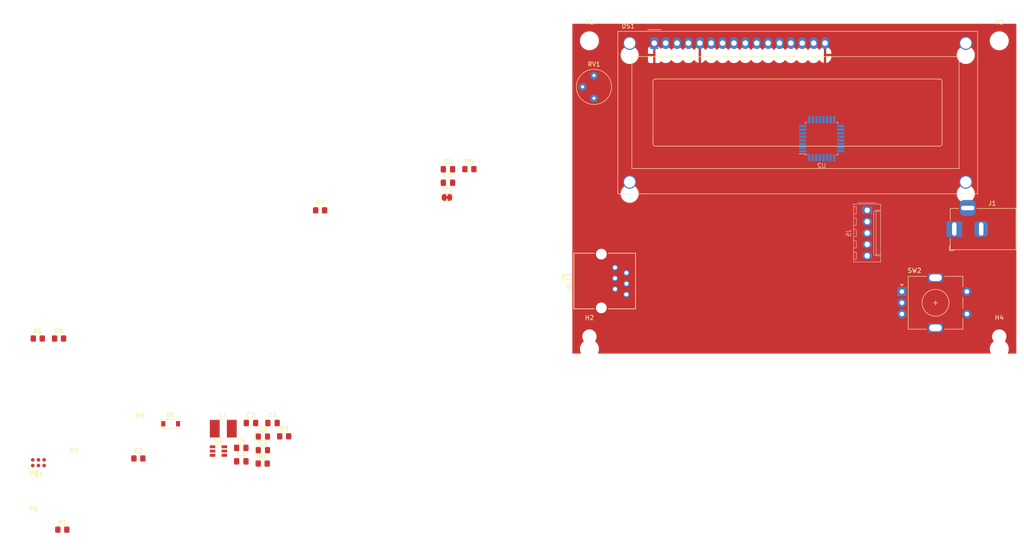
<source format=kicad_pcb>
(kicad_pcb (version 20171130) (host pcbnew 5.1.10-88a1d61d58~90~ubuntu20.04.1)

  (general
    (thickness 1.6)
    (drawings 3)
    (tracks 0)
    (zones 0)
    (modules 36)
    (nets 48)
  )

  (page A4)
  (layers
    (0 F.Cu signal)
    (31 B.Cu signal)
    (32 B.Adhes user)
    (33 F.Adhes user)
    (34 B.Paste user)
    (35 F.Paste user)
    (36 B.SilkS user)
    (37 F.SilkS user)
    (38 B.Mask user)
    (39 F.Mask user)
    (40 Dwgs.User user)
    (41 Cmts.User user)
    (42 Eco1.User user)
    (43 Eco2.User user)
    (44 Edge.Cuts user)
    (45 Margin user)
    (46 B.CrtYd user)
    (47 F.CrtYd user)
    (48 B.Fab user)
    (49 F.Fab user)
  )

  (setup
    (last_trace_width 0.25)
    (trace_clearance 0.2)
    (zone_clearance 0.508)
    (zone_45_only no)
    (trace_min 0.2)
    (via_size 0.8)
    (via_drill 0.4)
    (via_min_size 0.4)
    (via_min_drill 0.3)
    (uvia_size 0.3)
    (uvia_drill 0.1)
    (uvias_allowed no)
    (uvia_min_size 0.2)
    (uvia_min_drill 0.1)
    (edge_width 0.05)
    (segment_width 0.2)
    (pcb_text_width 0.3)
    (pcb_text_size 1.5 1.5)
    (mod_edge_width 0.12)
    (mod_text_size 1 1)
    (mod_text_width 0.15)
    (pad_size 3.2 3.2)
    (pad_drill 3.2)
    (pad_to_mask_clearance 0)
    (aux_axis_origin 0 0)
    (visible_elements FFFFFF7F)
    (pcbplotparams
      (layerselection 0x010fc_ffffffff)
      (usegerberextensions false)
      (usegerberattributes true)
      (usegerberadvancedattributes true)
      (creategerberjobfile true)
      (excludeedgelayer true)
      (linewidth 0.100000)
      (plotframeref false)
      (viasonmask false)
      (mode 1)
      (useauxorigin false)
      (hpglpennumber 1)
      (hpglpenspeed 20)
      (hpglpendiameter 15.000000)
      (psnegative false)
      (psa4output false)
      (plotreference true)
      (plotvalue true)
      (plotinvisibletext false)
      (padsonsilk false)
      (subtractmaskfromsilk false)
      (outputformat 1)
      (mirror false)
      (drillshape 1)
      (scaleselection 1)
      (outputdirectory ""))
  )

  (net 0 "")
  (net 1 GND)
  (net 2 12V)
  (net 3 "Net-(C2-Pad1)")
  (net 4 "Net-(C2-Pad2)")
  (net 5 VIN)
  (net 6 "Net-(D1-Pad2)")
  (net 7 "Net-(D2-Pad2)")
  (net 8 "Net-(D3-Pad2)")
  (net 9 D1)
  (net 10 "Net-(DS1-Pad3)")
  (net 11 D3)
  (net 12 D2)
  (net 13 "Net-(DS1-Pad7)")
  (net 14 "Net-(DS1-Pad8)")
  (net 15 "Net-(DS1-Pad9)")
  (net 16 "Net-(DS1-Pad10)")
  (net 17 D4)
  (net 18 D5)
  (net 19 D6)
  (net 20 D7)
  (net 21 "Net-(DS1-Pad15)")
  (net 22 "Net-(J1-Pad3)")
  (net 23 MISO)
  (net 24 SCK)
  (net 25 MOSI)
  (net 26 ~RESET)
  (net 27 SCL)
  (net 28 SDA)
  (net 29 "Net-(J4-Pad5)")
  (net 30 "Net-(J5-Pad1)")
  (net 31 "Net-(J5-Pad2)")
  (net 32 "Net-(R7-Pad2)")
  (net 33 "Net-(R8-Pad1)")
  (net 34 C2)
  (net 35 C1)
  (net 36 C0)
  (net 37 "Net-(U2-Pad7)")
  (net 38 "Net-(U2-Pad8)")
  (net 39 "Net-(U2-Pad12)")
  (net 40 "Net-(U2-Pad13)")
  (net 41 "Net-(U2-Pad14)")
  (net 42 "Net-(U2-Pad18)")
  (net 43 "Net-(U2-Pad19)")
  (net 44 "Net-(U2-Pad20)")
  (net 45 "Net-(U2-Pad22)")
  (net 46 C3)
  (net 47 ONE-WIRE)

  (net_class Default "This is the default net class."
    (clearance 0.2)
    (trace_width 0.25)
    (via_dia 0.8)
    (via_drill 0.4)
    (uvia_dia 0.3)
    (uvia_drill 0.1)
    (add_net 12V)
    (add_net C0)
    (add_net C1)
    (add_net C2)
    (add_net C3)
    (add_net D1)
    (add_net D2)
    (add_net D3)
    (add_net D4)
    (add_net D5)
    (add_net D6)
    (add_net D7)
    (add_net GND)
    (add_net MISO)
    (add_net MOSI)
    (add_net "Net-(C2-Pad1)")
    (add_net "Net-(C2-Pad2)")
    (add_net "Net-(D1-Pad2)")
    (add_net "Net-(D2-Pad2)")
    (add_net "Net-(D3-Pad2)")
    (add_net "Net-(DS1-Pad10)")
    (add_net "Net-(DS1-Pad15)")
    (add_net "Net-(DS1-Pad3)")
    (add_net "Net-(DS1-Pad7)")
    (add_net "Net-(DS1-Pad8)")
    (add_net "Net-(DS1-Pad9)")
    (add_net "Net-(J1-Pad3)")
    (add_net "Net-(J4-Pad5)")
    (add_net "Net-(J5-Pad1)")
    (add_net "Net-(J5-Pad2)")
    (add_net "Net-(R7-Pad2)")
    (add_net "Net-(R8-Pad1)")
    (add_net "Net-(U2-Pad12)")
    (add_net "Net-(U2-Pad13)")
    (add_net "Net-(U2-Pad14)")
    (add_net "Net-(U2-Pad18)")
    (add_net "Net-(U2-Pad19)")
    (add_net "Net-(U2-Pad20)")
    (add_net "Net-(U2-Pad22)")
    (add_net "Net-(U2-Pad7)")
    (add_net "Net-(U2-Pad8)")
    (add_net ONE-WIRE)
    (add_net SCK)
    (add_net SCL)
    (add_net SDA)
    (add_net VIN)
    (add_net ~RESET)
  )

  (module Capacitor_SMD:C_0805_2012Metric_Pad1.18x1.45mm_HandSolder (layer F.Cu) (tedit 5F68FEEF) (tstamp 61091B80)
    (at -48.718999 123.121001)
    (descr "Capacitor SMD 0805 (2012 Metric), square (rectangular) end terminal, IPC_7351 nominal with elongated pad for handsoldering. (Body size source: IPC-SM-782 page 76, https://www.pcb-3d.com/wordpress/wp-content/uploads/ipc-sm-782a_amendment_1_and_2.pdf, https://docs.google.com/spreadsheets/d/1BsfQQcO9C6DZCsRaXUlFlo91Tg2WpOkGARC1WS5S8t0/edit?usp=sharing), generated with kicad-footprint-generator")
    (tags "capacitor handsolder")
    (path /61054A11/5EDC3622)
    (attr smd)
    (fp_text reference C1 (at 0 -1.68) (layer F.SilkS)
      (effects (font (size 1 1) (thickness 0.15)))
    )
    (fp_text value 10u (at 0 1.68) (layer F.Fab)
      (effects (font (size 1 1) (thickness 0.15)))
    )
    (fp_line (start 1.88 0.98) (end -1.88 0.98) (layer F.CrtYd) (width 0.05))
    (fp_line (start 1.88 -0.98) (end 1.88 0.98) (layer F.CrtYd) (width 0.05))
    (fp_line (start -1.88 -0.98) (end 1.88 -0.98) (layer F.CrtYd) (width 0.05))
    (fp_line (start -1.88 0.98) (end -1.88 -0.98) (layer F.CrtYd) (width 0.05))
    (fp_line (start -0.261252 0.735) (end 0.261252 0.735) (layer F.SilkS) (width 0.12))
    (fp_line (start -0.261252 -0.735) (end 0.261252 -0.735) (layer F.SilkS) (width 0.12))
    (fp_line (start 1 0.625) (end -1 0.625) (layer F.Fab) (width 0.1))
    (fp_line (start 1 -0.625) (end 1 0.625) (layer F.Fab) (width 0.1))
    (fp_line (start -1 -0.625) (end 1 -0.625) (layer F.Fab) (width 0.1))
    (fp_line (start -1 0.625) (end -1 -0.625) (layer F.Fab) (width 0.1))
    (fp_text user %R (at 0 0) (layer F.Fab)
      (effects (font (size 0.5 0.5) (thickness 0.08)))
    )
    (pad 2 smd roundrect (at 1.0375 0) (size 1.175 1.45) (layers F.Cu F.Paste F.Mask) (roundrect_rratio 0.212766)
      (net 1 GND))
    (pad 1 smd roundrect (at -1.0375 0) (size 1.175 1.45) (layers F.Cu F.Paste F.Mask) (roundrect_rratio 0.212766)
      (net 2 12V))
    (model ${KISYS3DMOD}/Capacitor_SMD.3dshapes/C_0805_2012Metric.wrl
      (at (xyz 0 0 0))
      (scale (xyz 1 1 1))
      (rotate (xyz 0 0 0))
    )
  )

  (module Capacitor_SMD:C_0805_2012Metric_Pad1.18x1.45mm_HandSolder (layer F.Cu) (tedit 5F68FEEF) (tstamp 61091B91)
    (at -46.558999 114.561001)
    (descr "Capacitor SMD 0805 (2012 Metric), square (rectangular) end terminal, IPC_7351 nominal with elongated pad for handsoldering. (Body size source: IPC-SM-782 page 76, https://www.pcb-3d.com/wordpress/wp-content/uploads/ipc-sm-782a_amendment_1_and_2.pdf, https://docs.google.com/spreadsheets/d/1BsfQQcO9C6DZCsRaXUlFlo91Tg2WpOkGARC1WS5S8t0/edit?usp=sharing), generated with kicad-footprint-generator")
    (tags "capacitor handsolder")
    (path /61054A11/5EDCC8A2)
    (attr smd)
    (fp_text reference C2 (at 0 -1.68) (layer F.SilkS)
      (effects (font (size 1 1) (thickness 0.15)))
    )
    (fp_text value 100n (at 0 1.68) (layer F.Fab)
      (effects (font (size 1 1) (thickness 0.15)))
    )
    (fp_line (start -1 0.625) (end -1 -0.625) (layer F.Fab) (width 0.1))
    (fp_line (start -1 -0.625) (end 1 -0.625) (layer F.Fab) (width 0.1))
    (fp_line (start 1 -0.625) (end 1 0.625) (layer F.Fab) (width 0.1))
    (fp_line (start 1 0.625) (end -1 0.625) (layer F.Fab) (width 0.1))
    (fp_line (start -0.261252 -0.735) (end 0.261252 -0.735) (layer F.SilkS) (width 0.12))
    (fp_line (start -0.261252 0.735) (end 0.261252 0.735) (layer F.SilkS) (width 0.12))
    (fp_line (start -1.88 0.98) (end -1.88 -0.98) (layer F.CrtYd) (width 0.05))
    (fp_line (start -1.88 -0.98) (end 1.88 -0.98) (layer F.CrtYd) (width 0.05))
    (fp_line (start 1.88 -0.98) (end 1.88 0.98) (layer F.CrtYd) (width 0.05))
    (fp_line (start 1.88 0.98) (end -1.88 0.98) (layer F.CrtYd) (width 0.05))
    (fp_text user %R (at 0 0) (layer F.Fab)
      (effects (font (size 0.5 0.5) (thickness 0.08)))
    )
    (pad 1 smd roundrect (at -1.0375 0) (size 1.175 1.45) (layers F.Cu F.Paste F.Mask) (roundrect_rratio 0.212766)
      (net 3 "Net-(C2-Pad1)"))
    (pad 2 smd roundrect (at 1.0375 0) (size 1.175 1.45) (layers F.Cu F.Paste F.Mask) (roundrect_rratio 0.212766)
      (net 4 "Net-(C2-Pad2)"))
    (model ${KISYS3DMOD}/Capacitor_SMD.3dshapes/C_0805_2012Metric.wrl
      (at (xyz 0 0 0))
      (scale (xyz 1 1 1))
      (rotate (xyz 0 0 0))
    )
  )

  (module Capacitor_SMD:C_0805_2012Metric_Pad1.18x1.45mm_HandSolder (layer F.Cu) (tedit 5F68FEEF) (tstamp 61091BA2)
    (at -41.748999 114.561001)
    (descr "Capacitor SMD 0805 (2012 Metric), square (rectangular) end terminal, IPC_7351 nominal with elongated pad for handsoldering. (Body size source: IPC-SM-782 page 76, https://www.pcb-3d.com/wordpress/wp-content/uploads/ipc-sm-782a_amendment_1_and_2.pdf, https://docs.google.com/spreadsheets/d/1BsfQQcO9C6DZCsRaXUlFlo91Tg2WpOkGARC1WS5S8t0/edit?usp=sharing), generated with kicad-footprint-generator")
    (tags "capacitor handsolder")
    (path /61054A11/5EDD102F)
    (attr smd)
    (fp_text reference C3 (at 0 -1.68) (layer F.SilkS)
      (effects (font (size 1 1) (thickness 0.15)))
    )
    (fp_text value 22u (at 0 1.68) (layer F.Fab)
      (effects (font (size 1 1) (thickness 0.15)))
    )
    (fp_line (start -1 0.625) (end -1 -0.625) (layer F.Fab) (width 0.1))
    (fp_line (start -1 -0.625) (end 1 -0.625) (layer F.Fab) (width 0.1))
    (fp_line (start 1 -0.625) (end 1 0.625) (layer F.Fab) (width 0.1))
    (fp_line (start 1 0.625) (end -1 0.625) (layer F.Fab) (width 0.1))
    (fp_line (start -0.261252 -0.735) (end 0.261252 -0.735) (layer F.SilkS) (width 0.12))
    (fp_line (start -0.261252 0.735) (end 0.261252 0.735) (layer F.SilkS) (width 0.12))
    (fp_line (start -1.88 0.98) (end -1.88 -0.98) (layer F.CrtYd) (width 0.05))
    (fp_line (start -1.88 -0.98) (end 1.88 -0.98) (layer F.CrtYd) (width 0.05))
    (fp_line (start 1.88 -0.98) (end 1.88 0.98) (layer F.CrtYd) (width 0.05))
    (fp_line (start 1.88 0.98) (end -1.88 0.98) (layer F.CrtYd) (width 0.05))
    (fp_text user %R (at 0 0) (layer F.Fab)
      (effects (font (size 0.5 0.5) (thickness 0.08)))
    )
    (pad 1 smd roundrect (at -1.0375 0) (size 1.175 1.45) (layers F.Cu F.Paste F.Mask) (roundrect_rratio 0.212766)
      (net 1 GND))
    (pad 2 smd roundrect (at 1.0375 0) (size 1.175 1.45) (layers F.Cu F.Paste F.Mask) (roundrect_rratio 0.212766)
      (net 5 VIN))
    (model ${KISYS3DMOD}/Capacitor_SMD.3dshapes/C_0805_2012Metric.wrl
      (at (xyz 0 0 0))
      (scale (xyz 1 1 1))
      (rotate (xyz 0 0 0))
    )
  )

  (module Capacitor_SMD:C_0805_2012Metric_Pad1.18x1.45mm_HandSolder (layer F.Cu) (tedit 5F68FEEF) (tstamp 61091BB3)
    (at -48.718999 120.111001)
    (descr "Capacitor SMD 0805 (2012 Metric), square (rectangular) end terminal, IPC_7351 nominal with elongated pad for handsoldering. (Body size source: IPC-SM-782 page 76, https://www.pcb-3d.com/wordpress/wp-content/uploads/ipc-sm-782a_amendment_1_and_2.pdf, https://docs.google.com/spreadsheets/d/1BsfQQcO9C6DZCsRaXUlFlo91Tg2WpOkGARC1WS5S8t0/edit?usp=sharing), generated with kicad-footprint-generator")
    (tags "capacitor handsolder")
    (path /61054A11/5EDE0CF8)
    (attr smd)
    (fp_text reference C4 (at 0 -1.68) (layer F.SilkS)
      (effects (font (size 1 1) (thickness 0.15)))
    )
    (fp_text value 22u (at 0 1.68) (layer F.Fab)
      (effects (font (size 1 1) (thickness 0.15)))
    )
    (fp_line (start 1.88 0.98) (end -1.88 0.98) (layer F.CrtYd) (width 0.05))
    (fp_line (start 1.88 -0.98) (end 1.88 0.98) (layer F.CrtYd) (width 0.05))
    (fp_line (start -1.88 -0.98) (end 1.88 -0.98) (layer F.CrtYd) (width 0.05))
    (fp_line (start -1.88 0.98) (end -1.88 -0.98) (layer F.CrtYd) (width 0.05))
    (fp_line (start -0.261252 0.735) (end 0.261252 0.735) (layer F.SilkS) (width 0.12))
    (fp_line (start -0.261252 -0.735) (end 0.261252 -0.735) (layer F.SilkS) (width 0.12))
    (fp_line (start 1 0.625) (end -1 0.625) (layer F.Fab) (width 0.1))
    (fp_line (start 1 -0.625) (end 1 0.625) (layer F.Fab) (width 0.1))
    (fp_line (start -1 -0.625) (end 1 -0.625) (layer F.Fab) (width 0.1))
    (fp_line (start -1 0.625) (end -1 -0.625) (layer F.Fab) (width 0.1))
    (fp_text user %R (at 0 0) (layer F.Fab)
      (effects (font (size 0.5 0.5) (thickness 0.08)))
    )
    (pad 2 smd roundrect (at 1.0375 0) (size 1.175 1.45) (layers F.Cu F.Paste F.Mask) (roundrect_rratio 0.212766)
      (net 5 VIN))
    (pad 1 smd roundrect (at -1.0375 0) (size 1.175 1.45) (layers F.Cu F.Paste F.Mask) (roundrect_rratio 0.212766)
      (net 1 GND))
    (model ${KISYS3DMOD}/Capacitor_SMD.3dshapes/C_0805_2012Metric.wrl
      (at (xyz 0 0 0))
      (scale (xyz 1 1 1))
      (rotate (xyz 0 0 0))
    )
  )

  (module Capacitor_SMD:C_0805_2012Metric_Pad1.18x1.45mm_HandSolder (layer F.Cu) (tedit 5F68FEEF) (tstamp 61091BC4)
    (at -2.608999 60.911001)
    (descr "Capacitor SMD 0805 (2012 Metric), square (rectangular) end terminal, IPC_7351 nominal with elongated pad for handsoldering. (Body size source: IPC-SM-782 page 76, https://www.pcb-3d.com/wordpress/wp-content/uploads/ipc-sm-782a_amendment_1_and_2.pdf, https://docs.google.com/spreadsheets/d/1BsfQQcO9C6DZCsRaXUlFlo91Tg2WpOkGARC1WS5S8t0/edit?usp=sharing), generated with kicad-footprint-generator")
    (tags "capacitor handsolder")
    (path /61116939/610AABDB)
    (attr smd)
    (fp_text reference C5 (at 0 -1.68) (layer F.SilkS)
      (effects (font (size 1 1) (thickness 0.15)))
    )
    (fp_text value 10u (at 0 1.68) (layer F.Fab)
      (effects (font (size 1 1) (thickness 0.15)))
    )
    (fp_line (start -1 0.625) (end -1 -0.625) (layer F.Fab) (width 0.1))
    (fp_line (start -1 -0.625) (end 1 -0.625) (layer F.Fab) (width 0.1))
    (fp_line (start 1 -0.625) (end 1 0.625) (layer F.Fab) (width 0.1))
    (fp_line (start 1 0.625) (end -1 0.625) (layer F.Fab) (width 0.1))
    (fp_line (start -0.261252 -0.735) (end 0.261252 -0.735) (layer F.SilkS) (width 0.12))
    (fp_line (start -0.261252 0.735) (end 0.261252 0.735) (layer F.SilkS) (width 0.12))
    (fp_line (start -1.88 0.98) (end -1.88 -0.98) (layer F.CrtYd) (width 0.05))
    (fp_line (start -1.88 -0.98) (end 1.88 -0.98) (layer F.CrtYd) (width 0.05))
    (fp_line (start 1.88 -0.98) (end 1.88 0.98) (layer F.CrtYd) (width 0.05))
    (fp_line (start 1.88 0.98) (end -1.88 0.98) (layer F.CrtYd) (width 0.05))
    (fp_text user %R (at 0 0) (layer F.Fab)
      (effects (font (size 0.5 0.5) (thickness 0.08)))
    )
    (pad 1 smd roundrect (at -1.0375 0) (size 1.175 1.45) (layers F.Cu F.Paste F.Mask) (roundrect_rratio 0.212766)
      (net 5 VIN))
    (pad 2 smd roundrect (at 1.0375 0) (size 1.175 1.45) (layers F.Cu F.Paste F.Mask) (roundrect_rratio 0.212766)
      (net 1 GND))
    (model ${KISYS3DMOD}/Capacitor_SMD.3dshapes/C_0805_2012Metric.wrl
      (at (xyz 0 0 0))
      (scale (xyz 1 1 1))
      (rotate (xyz 0 0 0))
    )
  )

  (module Capacitor_SMD:C_0805_2012Metric_Pad1.18x1.45mm_HandSolder (layer F.Cu) (tedit 5F68FEEF) (tstamp 61091BD5)
    (at -2.608999 57.901001)
    (descr "Capacitor SMD 0805 (2012 Metric), square (rectangular) end terminal, IPC_7351 nominal with elongated pad for handsoldering. (Body size source: IPC-SM-782 page 76, https://www.pcb-3d.com/wordpress/wp-content/uploads/ipc-sm-782a_amendment_1_and_2.pdf, https://docs.google.com/spreadsheets/d/1BsfQQcO9C6DZCsRaXUlFlo91Tg2WpOkGARC1WS5S8t0/edit?usp=sharing), generated with kicad-footprint-generator")
    (tags "capacitor handsolder")
    (path /61116939/610AABD5)
    (attr smd)
    (fp_text reference C6 (at 0 -1.68) (layer F.SilkS)
      (effects (font (size 1 1) (thickness 0.15)))
    )
    (fp_text value 100n (at 0 1.68) (layer F.Fab)
      (effects (font (size 1 1) (thickness 0.15)))
    )
    (fp_line (start 1.88 0.98) (end -1.88 0.98) (layer F.CrtYd) (width 0.05))
    (fp_line (start 1.88 -0.98) (end 1.88 0.98) (layer F.CrtYd) (width 0.05))
    (fp_line (start -1.88 -0.98) (end 1.88 -0.98) (layer F.CrtYd) (width 0.05))
    (fp_line (start -1.88 0.98) (end -1.88 -0.98) (layer F.CrtYd) (width 0.05))
    (fp_line (start -0.261252 0.735) (end 0.261252 0.735) (layer F.SilkS) (width 0.12))
    (fp_line (start -0.261252 -0.735) (end 0.261252 -0.735) (layer F.SilkS) (width 0.12))
    (fp_line (start 1 0.625) (end -1 0.625) (layer F.Fab) (width 0.1))
    (fp_line (start 1 -0.625) (end 1 0.625) (layer F.Fab) (width 0.1))
    (fp_line (start -1 -0.625) (end 1 -0.625) (layer F.Fab) (width 0.1))
    (fp_line (start -1 0.625) (end -1 -0.625) (layer F.Fab) (width 0.1))
    (fp_text user %R (at 0 0) (layer F.Fab)
      (effects (font (size 0.5 0.5) (thickness 0.08)))
    )
    (pad 2 smd roundrect (at 1.0375 0) (size 1.175 1.45) (layers F.Cu F.Paste F.Mask) (roundrect_rratio 0.212766)
      (net 1 GND))
    (pad 1 smd roundrect (at -1.0375 0) (size 1.175 1.45) (layers F.Cu F.Paste F.Mask) (roundrect_rratio 0.212766)
      (net 5 VIN))
    (model ${KISYS3DMOD}/Capacitor_SMD.3dshapes/C_0805_2012Metric.wrl
      (at (xyz 0 0 0))
      (scale (xyz 1 1 1))
      (rotate (xyz 0 0 0))
    )
  )

  (module Diode_SMD:D_SOD-123 (layer F.Cu) (tedit 58645DC7) (tstamp 61091BEE)
    (at -64.478999 114.731001)
    (descr SOD-123)
    (tags SOD-123)
    (path /613041E6)
    (attr smd)
    (fp_text reference D1 (at 0 -2) (layer F.SilkS)
      (effects (font (size 1 1) (thickness 0.15)))
    )
    (fp_text value MBR0520LT (at 0 2.1) (layer F.Fab)
      (effects (font (size 1 1) (thickness 0.15)))
    )
    (fp_line (start -2.25 -1) (end -2.25 1) (layer F.SilkS) (width 0.12))
    (fp_line (start 0.25 0) (end 0.75 0) (layer F.Fab) (width 0.1))
    (fp_line (start 0.25 0.4) (end -0.35 0) (layer F.Fab) (width 0.1))
    (fp_line (start 0.25 -0.4) (end 0.25 0.4) (layer F.Fab) (width 0.1))
    (fp_line (start -0.35 0) (end 0.25 -0.4) (layer F.Fab) (width 0.1))
    (fp_line (start -0.35 0) (end -0.35 0.55) (layer F.Fab) (width 0.1))
    (fp_line (start -0.35 0) (end -0.35 -0.55) (layer F.Fab) (width 0.1))
    (fp_line (start -0.75 0) (end -0.35 0) (layer F.Fab) (width 0.1))
    (fp_line (start -1.4 0.9) (end -1.4 -0.9) (layer F.Fab) (width 0.1))
    (fp_line (start 1.4 0.9) (end -1.4 0.9) (layer F.Fab) (width 0.1))
    (fp_line (start 1.4 -0.9) (end 1.4 0.9) (layer F.Fab) (width 0.1))
    (fp_line (start -1.4 -0.9) (end 1.4 -0.9) (layer F.Fab) (width 0.1))
    (fp_line (start -2.35 -1.15) (end 2.35 -1.15) (layer F.CrtYd) (width 0.05))
    (fp_line (start 2.35 -1.15) (end 2.35 1.15) (layer F.CrtYd) (width 0.05))
    (fp_line (start 2.35 1.15) (end -2.35 1.15) (layer F.CrtYd) (width 0.05))
    (fp_line (start -2.35 -1.15) (end -2.35 1.15) (layer F.CrtYd) (width 0.05))
    (fp_line (start -2.25 1) (end 1.65 1) (layer F.SilkS) (width 0.12))
    (fp_line (start -2.25 -1) (end 1.65 -1) (layer F.SilkS) (width 0.12))
    (fp_text user %R (at 0 -2) (layer F.Fab)
      (effects (font (size 1 1) (thickness 0.15)))
    )
    (pad 1 smd rect (at -1.65 0) (size 0.9 1.2) (layers F.Cu F.Paste F.Mask)
      (net 5 VIN))
    (pad 2 smd rect (at 1.65 0) (size 0.9 1.2) (layers F.Cu F.Paste F.Mask)
      (net 6 "Net-(D1-Pad2)"))
    (model ${KISYS3DMOD}/Diode_SMD.3dshapes/D_SOD-123.wrl
      (at (xyz 0 0 0))
      (scale (xyz 1 1 1))
      (rotate (xyz 0 0 0))
    )
  )

  (module LED_SMD:LED_0805_2012Metric_Pad1.15x1.40mm_HandSolder (layer F.Cu) (tedit 5F68FEF1) (tstamp 61091C01)
    (at -43.893999 120.626001)
    (descr "LED SMD 0805 (2012 Metric), square (rectangular) end terminal, IPC_7351 nominal, (Body size source: https://docs.google.com/spreadsheets/d/1BsfQQcO9C6DZCsRaXUlFlo91Tg2WpOkGARC1WS5S8t0/edit?usp=sharing), generated with kicad-footprint-generator")
    (tags "LED handsolder")
    (path /61054A11/5E883301)
    (attr smd)
    (fp_text reference D2 (at 0 -1.65) (layer F.SilkS)
      (effects (font (size 1 1) (thickness 0.15)))
    )
    (fp_text value GREEN (at 0 1.65) (layer F.Fab)
      (effects (font (size 1 1) (thickness 0.15)))
    )
    (fp_line (start 1.85 0.95) (end -1.85 0.95) (layer F.CrtYd) (width 0.05))
    (fp_line (start 1.85 -0.95) (end 1.85 0.95) (layer F.CrtYd) (width 0.05))
    (fp_line (start -1.85 -0.95) (end 1.85 -0.95) (layer F.CrtYd) (width 0.05))
    (fp_line (start -1.85 0.95) (end -1.85 -0.95) (layer F.CrtYd) (width 0.05))
    (fp_line (start -1.86 0.96) (end 1 0.96) (layer F.SilkS) (width 0.12))
    (fp_line (start -1.86 -0.96) (end -1.86 0.96) (layer F.SilkS) (width 0.12))
    (fp_line (start 1 -0.96) (end -1.86 -0.96) (layer F.SilkS) (width 0.12))
    (fp_line (start 1 0.6) (end 1 -0.6) (layer F.Fab) (width 0.1))
    (fp_line (start -1 0.6) (end 1 0.6) (layer F.Fab) (width 0.1))
    (fp_line (start -1 -0.3) (end -1 0.6) (layer F.Fab) (width 0.1))
    (fp_line (start -0.7 -0.6) (end -1 -0.3) (layer F.Fab) (width 0.1))
    (fp_line (start 1 -0.6) (end -0.7 -0.6) (layer F.Fab) (width 0.1))
    (fp_text user %R (at 0 0) (layer F.Fab)
      (effects (font (size 0.5 0.5) (thickness 0.08)))
    )
    (pad 2 smd roundrect (at 1.025 0) (size 1.15 1.4) (layers F.Cu F.Paste F.Mask) (roundrect_rratio 0.217391)
      (net 7 "Net-(D2-Pad2)"))
    (pad 1 smd roundrect (at -1.025 0) (size 1.15 1.4) (layers F.Cu F.Paste F.Mask) (roundrect_rratio 0.217391)
      (net 1 GND))
    (model ${KISYS3DMOD}/LED_SMD.3dshapes/LED_0805_2012Metric.wrl
      (at (xyz 0 0 0))
      (scale (xyz 1 1 1))
      (rotate (xyz 0 0 0))
    )
  )

  (module LED_SMD:LED_0805_2012Metric_Pad1.15x1.40mm_HandSolder (layer F.Cu) (tedit 5F68FEF1) (tstamp 61091C14)
    (at -43.893999 117.586001)
    (descr "LED SMD 0805 (2012 Metric), square (rectangular) end terminal, IPC_7351 nominal, (Body size source: https://docs.google.com/spreadsheets/d/1BsfQQcO9C6DZCsRaXUlFlo91Tg2WpOkGARC1WS5S8t0/edit?usp=sharing), generated with kicad-footprint-generator")
    (tags "LED handsolder")
    (path /61054A11/5E886D2D)
    (attr smd)
    (fp_text reference D3 (at 0 -1.65) (layer F.SilkS)
      (effects (font (size 1 1) (thickness 0.15)))
    )
    (fp_text value GREEN (at 0 1.65) (layer F.Fab)
      (effects (font (size 1 1) (thickness 0.15)))
    )
    (fp_line (start 1 -0.6) (end -0.7 -0.6) (layer F.Fab) (width 0.1))
    (fp_line (start -0.7 -0.6) (end -1 -0.3) (layer F.Fab) (width 0.1))
    (fp_line (start -1 -0.3) (end -1 0.6) (layer F.Fab) (width 0.1))
    (fp_line (start -1 0.6) (end 1 0.6) (layer F.Fab) (width 0.1))
    (fp_line (start 1 0.6) (end 1 -0.6) (layer F.Fab) (width 0.1))
    (fp_line (start 1 -0.96) (end -1.86 -0.96) (layer F.SilkS) (width 0.12))
    (fp_line (start -1.86 -0.96) (end -1.86 0.96) (layer F.SilkS) (width 0.12))
    (fp_line (start -1.86 0.96) (end 1 0.96) (layer F.SilkS) (width 0.12))
    (fp_line (start -1.85 0.95) (end -1.85 -0.95) (layer F.CrtYd) (width 0.05))
    (fp_line (start -1.85 -0.95) (end 1.85 -0.95) (layer F.CrtYd) (width 0.05))
    (fp_line (start 1.85 -0.95) (end 1.85 0.95) (layer F.CrtYd) (width 0.05))
    (fp_line (start 1.85 0.95) (end -1.85 0.95) (layer F.CrtYd) (width 0.05))
    (fp_text user %R (at 0 0) (layer F.Fab)
      (effects (font (size 0.5 0.5) (thickness 0.08)))
    )
    (pad 1 smd roundrect (at -1.025 0) (size 1.15 1.4) (layers F.Cu F.Paste F.Mask) (roundrect_rratio 0.217391)
      (net 1 GND))
    (pad 2 smd roundrect (at 1.025 0) (size 1.15 1.4) (layers F.Cu F.Paste F.Mask) (roundrect_rratio 0.217391)
      (net 8 "Net-(D3-Pad2)"))
    (model ${KISYS3DMOD}/LED_SMD.3dshapes/LED_0805_2012Metric.wrl
      (at (xyz 0 0 0))
      (scale (xyz 1 1 1))
      (rotate (xyz 0 0 0))
    )
  )

  (module Display:WC1602A (layer F.Cu) (tedit 5A02FE80) (tstamp 6108BD38)
    (at 43.427 29.738)
    (descr "LCD 16x2 http://www.wincomlcd.com/pdf/WC1602A-SFYLYHTC06.pdf")
    (tags "LCD 16x2 Alphanumeric 16pin")
    (path /611AEB1E/611BC166)
    (fp_text reference DS1 (at -5.82 -3.81) (layer F.SilkS)
      (effects (font (size 1 1) (thickness 0.15)))
    )
    (fp_text value WC1602A (at -4.31 34.66) (layer F.Fab)
      (effects (font (size 1 1) (thickness 0.15)))
    )
    (fp_line (start -8.14 33.64) (end 72.14 33.64) (layer F.SilkS) (width 0.12))
    (fp_line (start 72.14 33.64) (end 72.14 -2.64) (layer F.SilkS) (width 0.12))
    (fp_line (start 72.14 -2.64) (end -7.34 -2.64) (layer F.SilkS) (width 0.12))
    (fp_line (start -8.14 -2.64) (end -8.14 33.64) (layer F.SilkS) (width 0.12))
    (fp_line (start -8.13 -2.64) (end -7.34 -2.64) (layer F.SilkS) (width 0.12))
    (fp_line (start -8.25 -2.75) (end -8.25 33.75) (layer F.CrtYd) (width 0.05))
    (fp_line (start -8.25 33.75) (end 72.25 33.75) (layer F.CrtYd) (width 0.05))
    (fp_line (start 72.25 -2.75) (end 72.25 33.75) (layer F.CrtYd) (width 0.05))
    (fp_line (start -1.5 -3) (end 1.5 -3) (layer F.SilkS) (width 0.12))
    (fp_line (start -8.25 -2.75) (end 72.25 -2.75) (layer F.CrtYd) (width 0.05))
    (fp_line (start 1 -2.5) (end 0 -1.5) (layer F.Fab) (width 0.1))
    (fp_line (start 0 -1.5) (end -1 -2.5) (layer F.Fab) (width 0.1))
    (fp_line (start -1 -2.5) (end -8 -2.5) (layer F.Fab) (width 0.1))
    (fp_line (start 0.2 8) (end 63.7 8) (layer F.SilkS) (width 0.12))
    (fp_line (start -0.29972 22.49932) (end -0.29972 8.5) (layer F.SilkS) (width 0.12))
    (fp_line (start 63.70066 23) (end 0.2 23) (layer F.SilkS) (width 0.12))
    (fp_line (start 64.2 8.5) (end 64.2 22.5) (layer F.SilkS) (width 0.12))
    (fp_line (start -5 3) (end 68 3) (layer F.SilkS) (width 0.12))
    (fp_line (start 68 3) (end 68 28) (layer F.SilkS) (width 0.12))
    (fp_line (start 68 28) (end -5 28) (layer F.SilkS) (width 0.12))
    (fp_line (start -5 28) (end -5 3) (layer F.SilkS) (width 0.12))
    (fp_line (start 1 -2.5) (end 72 -2.5) (layer F.Fab) (width 0.1))
    (fp_line (start 72 -2.5) (end 72 33.5) (layer F.Fab) (width 0.1))
    (fp_line (start 72 33.5) (end -8 33.5) (layer F.Fab) (width 0.1))
    (fp_line (start -8 33.5) (end -8 -2.5) (layer F.Fab) (width 0.1))
    (fp_text user %R (at 30.37 14.74) (layer F.Fab)
      (effects (font (size 1 1) (thickness 0.1)))
    )
    (fp_arc (start 63.7 8.5) (end 63.7 8) (angle 90) (layer F.SilkS) (width 0.12))
    (fp_arc (start 63.70066 22.49932) (end 64.20104 22.49932) (angle 90) (layer F.SilkS) (width 0.12))
    (fp_arc (start 0.20066 22.49932) (end 0.20066 22.9997) (angle 90) (layer F.SilkS) (width 0.12))
    (fp_arc (start 0.20066 8.49884) (end -0.29972 8.49884) (angle 90) (layer F.SilkS) (width 0.12))
    (pad 1 thru_hole rect (at 0 0) (size 1.8 2.6) (drill 1.2) (layers *.Cu *.Mask)
      (net 1 GND))
    (pad 2 thru_hole oval (at 2.54 0) (size 1.8 2.6) (drill 1.2) (layers *.Cu *.Mask)
      (net 9 D1))
    (pad 3 thru_hole oval (at 5.08 0) (size 1.8 2.6) (drill 1.2) (layers *.Cu *.Mask)
      (net 10 "Net-(DS1-Pad3)"))
    (pad 4 thru_hole oval (at 7.62 0) (size 1.8 2.6) (drill 1.2) (layers *.Cu *.Mask)
      (net 11 D3))
    (pad 5 thru_hole oval (at 10.16 0) (size 1.8 2.6) (drill 1.2) (layers *.Cu *.Mask)
      (net 1 GND))
    (pad 6 thru_hole oval (at 12.7 0) (size 1.8 2.6) (drill 1.2) (layers *.Cu *.Mask)
      (net 12 D2))
    (pad 7 thru_hole oval (at 15.24 0) (size 1.8 2.6) (drill 1.2) (layers *.Cu *.Mask)
      (net 13 "Net-(DS1-Pad7)"))
    (pad 8 thru_hole oval (at 17.78 0) (size 1.8 2.6) (drill 1.2) (layers *.Cu *.Mask)
      (net 14 "Net-(DS1-Pad8)"))
    (pad 9 thru_hole oval (at 20.32 0) (size 1.8 2.6) (drill 1.2) (layers *.Cu *.Mask)
      (net 15 "Net-(DS1-Pad9)"))
    (pad 10 thru_hole oval (at 22.86 0) (size 1.8 2.6) (drill 1.2) (layers *.Cu *.Mask)
      (net 16 "Net-(DS1-Pad10)"))
    (pad 11 thru_hole oval (at 25.4 0) (size 1.8 2.6) (drill 1.2) (layers *.Cu *.Mask)
      (net 17 D4))
    (pad 12 thru_hole oval (at 27.94 0) (size 1.8 2.6) (drill 1.2) (layers *.Cu *.Mask)
      (net 18 D5))
    (pad 13 thru_hole oval (at 30.48 0) (size 1.8 2.6) (drill 1.2) (layers *.Cu *.Mask)
      (net 19 D6))
    (pad 14 thru_hole oval (at 33.02 0) (size 1.8 2.6) (drill 1.2) (layers *.Cu *.Mask)
      (net 20 D7))
    (pad 15 thru_hole oval (at 35.56 0) (size 1.8 2.6) (drill 1.2) (layers *.Cu *.Mask)
      (net 21 "Net-(DS1-Pad15)"))
    (pad 16 thru_hole oval (at 38.1 0) (size 1.8 2.6) (drill 1.2) (layers *.Cu *.Mask)
      (net 1 GND))
    (pad "" thru_hole circle (at -5.4991 0) (size 3 3) (drill 2.5) (layers *.Cu *.Mask))
    (pad "" thru_hole circle (at -5.4991 31.0007) (size 3 3) (drill 2.5) (layers *.Cu *.Mask))
    (pad "" thru_hole circle (at 69.49948 31.0007) (size 3 3) (drill 2.5) (layers *.Cu *.Mask))
    (pad "" thru_hole circle (at 69.5 0) (size 3 3) (drill 2.5) (layers *.Cu *.Mask))
    (model ${KISYS3DMOD}/Display.3dshapes/WC1602A.wrl
      (at (xyz 0 0 0))
      (scale (xyz 1 1 1))
      (rotate (xyz 0 0 0))
    )
  )

  (module MountingHole:MountingHole_3.2mm_M3 (layer F.Cu) (tedit 56D1B4CB) (tstamp 61091C52)
    (at 28.956 29.21)
    (descr "Mounting Hole 3.2mm, no annular, M3")
    (tags "mounting hole 3.2mm no annular m3")
    (path /610F54D5)
    (attr virtual)
    (fp_text reference H1 (at 0 -4.2) (layer F.SilkS)
      (effects (font (size 1 1) (thickness 0.15)))
    )
    (fp_text value MountingHole (at 0 4.2) (layer F.Fab)
      (effects (font (size 1 1) (thickness 0.15)))
    )
    (fp_circle (center 0 0) (end 3.2 0) (layer Cmts.User) (width 0.15))
    (fp_circle (center 0 0) (end 3.45 0) (layer F.CrtYd) (width 0.05))
    (fp_text user %R (at 0.3 0) (layer F.Fab)
      (effects (font (size 1 1) (thickness 0.15)))
    )
    (pad 1 np_thru_hole circle (at 0 0) (size 3.2 3.2) (drill 3.2) (layers *.Cu *.Mask))
  )

  (module MountingHole:MountingHole_3.2mm_M3 (layer F.Cu) (tedit 6108BDA0) (tstamp 61091C5A)
    (at 28.956 95.25)
    (descr "Mounting Hole 3.2mm, no annular, M3")
    (tags "mounting hole 3.2mm no annular m3")
    (path /610F770E)
    (attr virtual)
    (fp_text reference H2 (at 0 -4.2) (layer F.SilkS)
      (effects (font (size 1 1) (thickness 0.15)))
    )
    (fp_text value MountingHole (at 0 4.2) (layer F.Fab)
      (effects (font (size 1 1) (thickness 0.15)))
    )
    (fp_circle (center 0 0) (end 3.45 0) (layer F.CrtYd) (width 0.05))
    (fp_circle (center 0 0) (end 3.2 0) (layer Cmts.User) (width 0.15))
    (fp_text user %R (at 0.3 0) (layer F.Fab)
      (effects (font (size 1 1) (thickness 0.15)))
    )
    (pad "" np_thru_hole circle (at 0 0) (size 3.2 3.2) (drill 3.2) (layers *.Cu *.Mask))
  )

  (module MountingHole:MountingHole_3.2mm_M3 (layer F.Cu) (tedit 56D1B4CB) (tstamp 61091C62)
    (at 120.396 29.21)
    (descr "Mounting Hole 3.2mm, no annular, M3")
    (tags "mounting hole 3.2mm no annular m3")
    (path /610F73E9)
    (attr virtual)
    (fp_text reference H3 (at 0 -4.2) (layer F.SilkS)
      (effects (font (size 1 1) (thickness 0.15)))
    )
    (fp_text value MountingHole (at 0 4.2) (layer F.Fab)
      (effects (font (size 1 1) (thickness 0.15)))
    )
    (fp_circle (center 0 0) (end 3.45 0) (layer F.CrtYd) (width 0.05))
    (fp_circle (center 0 0) (end 3.2 0) (layer Cmts.User) (width 0.15))
    (fp_text user %R (at 0.3 0) (layer F.Fab)
      (effects (font (size 1 1) (thickness 0.15)))
    )
    (pad 1 np_thru_hole circle (at 0 0) (size 3.2 3.2) (drill 3.2) (layers *.Cu *.Mask))
  )

  (module MountingHole:MountingHole_3.2mm_M3 (layer F.Cu) (tedit 56D1B4CB) (tstamp 61091C6A)
    (at 120.396 95.25)
    (descr "Mounting Hole 3.2mm, no annular, M3")
    (tags "mounting hole 3.2mm no annular m3")
    (path /610F79C8)
    (attr virtual)
    (fp_text reference H4 (at 0 -4.2) (layer F.SilkS)
      (effects (font (size 1 1) (thickness 0.15)))
    )
    (fp_text value MountingHole (at 0 4.2) (layer F.Fab)
      (effects (font (size 1 1) (thickness 0.15)))
    )
    (fp_circle (center 0 0) (end 3.2 0) (layer Cmts.User) (width 0.15))
    (fp_circle (center 0 0) (end 3.45 0) (layer F.CrtYd) (width 0.05))
    (fp_text user %R (at 0.3 0) (layer F.Fab)
      (effects (font (size 1 1) (thickness 0.15)))
    )
    (pad 1 np_thru_hole circle (at 0 0) (size 3.2 3.2) (drill 3.2) (layers *.Cu *.Mask))
  )

  (module MountingHole:MountingHole_3.2mm_M3 (layer F.Cu) (tedit 56D1B4CB) (tstamp 61091C72)
    (at -71.328999 117.031001)
    (descr "Mounting Hole 3.2mm, no annular, M3")
    (tags "mounting hole 3.2mm no annular m3")
    (path /6110AD0D)
    (attr virtual)
    (fp_text reference H5 (at 0 -4.2) (layer F.SilkS)
      (effects (font (size 1 1) (thickness 0.15)))
    )
    (fp_text value MountingHole (at 0 4.2) (layer F.Fab)
      (effects (font (size 1 1) (thickness 0.15)))
    )
    (fp_circle (center 0 0) (end 3.45 0) (layer F.CrtYd) (width 0.05))
    (fp_circle (center 0 0) (end 3.2 0) (layer Cmts.User) (width 0.15))
    (fp_text user %R (at 0.3 0) (layer F.Fab)
      (effects (font (size 1 1) (thickness 0.15)))
    )
    (pad 1 np_thru_hole circle (at 0 0) (size 3.2 3.2) (drill 3.2) (layers *.Cu *.Mask))
  )

  (module MountingHole:MountingHole_3.2mm_M3 (layer F.Cu) (tedit 56D1B4CB) (tstamp 61091C7A)
    (at -94.998999 137.881001)
    (descr "Mounting Hole 3.2mm, no annular, M3")
    (tags "mounting hole 3.2mm no annular m3")
    (path /6110B9C7)
    (attr virtual)
    (fp_text reference H6 (at 0 -4.2) (layer F.SilkS)
      (effects (font (size 1 1) (thickness 0.15)))
    )
    (fp_text value MountingHole (at 0 4.2) (layer F.Fab)
      (effects (font (size 1 1) (thickness 0.15)))
    )
    (fp_circle (center 0 0) (end 3.45 0) (layer F.CrtYd) (width 0.05))
    (fp_circle (center 0 0) (end 3.2 0) (layer Cmts.User) (width 0.15))
    (fp_text user %R (at 0.3 0) (layer F.Fab)
      (effects (font (size 1 1) (thickness 0.15)))
    )
    (pad 1 np_thru_hole circle (at 0 0) (size 3.2 3.2) (drill 3.2) (layers *.Cu *.Mask))
  )

  (module MountingHole:MountingHole_3.2mm_M3 (layer F.Cu) (tedit 56D1B4CB) (tstamp 61091C82)
    (at -85.978999 124.981001)
    (descr "Mounting Hole 3.2mm, no annular, M3")
    (tags "mounting hole 3.2mm no annular m3")
    (path /6110B26F)
    (attr virtual)
    (fp_text reference H7 (at 0 -4.2) (layer F.SilkS)
      (effects (font (size 1 1) (thickness 0.15)))
    )
    (fp_text value MountingHole (at 0 4.2) (layer F.Fab)
      (effects (font (size 1 1) (thickness 0.15)))
    )
    (fp_circle (center 0 0) (end 3.2 0) (layer Cmts.User) (width 0.15))
    (fp_circle (center 0 0) (end 3.45 0) (layer F.CrtYd) (width 0.05))
    (fp_text user %R (at 0.3 0) (layer F.Fab)
      (effects (font (size 1 1) (thickness 0.15)))
    )
    (pad 1 np_thru_hole circle (at 0 0) (size 3.2 3.2) (drill 3.2) (layers *.Cu *.Mask))
  )

  (module MountingHole:MountingHole_3.2mm_M3 (layer F.Cu) (tedit 56D1B4CB) (tstamp 61091C8A)
    (at -94.998999 129.931001)
    (descr "Mounting Hole 3.2mm, no annular, M3")
    (tags "mounting hole 3.2mm no annular m3")
    (path /6110BE5B)
    (attr virtual)
    (fp_text reference H8 (at 0 -4.2) (layer F.SilkS)
      (effects (font (size 1 1) (thickness 0.15)))
    )
    (fp_text value MountingHole (at 0 4.2) (layer F.Fab)
      (effects (font (size 1 1) (thickness 0.15)))
    )
    (fp_circle (center 0 0) (end 3.2 0) (layer Cmts.User) (width 0.15))
    (fp_circle (center 0 0) (end 3.45 0) (layer F.CrtYd) (width 0.05))
    (fp_text user %R (at 0.3 0) (layer F.Fab)
      (effects (font (size 1 1) (thickness 0.15)))
    )
    (pad 1 np_thru_hole circle (at 0 0) (size 3.2 3.2) (drill 3.2) (layers *.Cu *.Mask))
  )

  (module Connector_BarrelJack:BarrelJack_Horizontal (layer F.Cu) (tedit 5A1DBF6A) (tstamp 6108C881)
    (at 110.363 71.247 180)
    (descr "DC Barrel Jack")
    (tags "Power Jack")
    (path /61123504)
    (fp_text reference J1 (at -8.45 5.75) (layer F.SilkS)
      (effects (font (size 1 1) (thickness 0.15)))
    )
    (fp_text value Barrel_Jack_MountingPin (at -6.2 -5.5) (layer F.Fab)
      (effects (font (size 1 1) (thickness 0.15)))
    )
    (fp_line (start -0.003213 -4.505425) (end 0.8 -3.75) (layer F.Fab) (width 0.1))
    (fp_line (start 1.1 -3.75) (end 1.1 -4.8) (layer F.SilkS) (width 0.12))
    (fp_line (start 0.05 -4.8) (end 1.1 -4.8) (layer F.SilkS) (width 0.12))
    (fp_line (start 1 -4.5) (end 1 -4.75) (layer F.CrtYd) (width 0.05))
    (fp_line (start 1 -4.75) (end -14 -4.75) (layer F.CrtYd) (width 0.05))
    (fp_line (start 1 -4.5) (end 1 -2) (layer F.CrtYd) (width 0.05))
    (fp_line (start 1 -2) (end 2 -2) (layer F.CrtYd) (width 0.05))
    (fp_line (start 2 -2) (end 2 2) (layer F.CrtYd) (width 0.05))
    (fp_line (start 2 2) (end 1 2) (layer F.CrtYd) (width 0.05))
    (fp_line (start 1 2) (end 1 4.75) (layer F.CrtYd) (width 0.05))
    (fp_line (start 1 4.75) (end -1 4.75) (layer F.CrtYd) (width 0.05))
    (fp_line (start -1 4.75) (end -1 6.75) (layer F.CrtYd) (width 0.05))
    (fp_line (start -1 6.75) (end -5 6.75) (layer F.CrtYd) (width 0.05))
    (fp_line (start -5 6.75) (end -5 4.75) (layer F.CrtYd) (width 0.05))
    (fp_line (start -5 4.75) (end -14 4.75) (layer F.CrtYd) (width 0.05))
    (fp_line (start -14 4.75) (end -14 -4.75) (layer F.CrtYd) (width 0.05))
    (fp_line (start -5 4.6) (end -13.8 4.6) (layer F.SilkS) (width 0.12))
    (fp_line (start -13.8 4.6) (end -13.8 -4.6) (layer F.SilkS) (width 0.12))
    (fp_line (start 0.9 1.9) (end 0.9 4.6) (layer F.SilkS) (width 0.12))
    (fp_line (start 0.9 4.6) (end -1 4.6) (layer F.SilkS) (width 0.12))
    (fp_line (start -13.8 -4.6) (end 0.9 -4.6) (layer F.SilkS) (width 0.12))
    (fp_line (start 0.9 -4.6) (end 0.9 -2) (layer F.SilkS) (width 0.12))
    (fp_line (start -10.2 -4.5) (end -10.2 4.5) (layer F.Fab) (width 0.1))
    (fp_line (start -13.7 -4.5) (end -13.7 4.5) (layer F.Fab) (width 0.1))
    (fp_line (start -13.7 4.5) (end 0.8 4.5) (layer F.Fab) (width 0.1))
    (fp_line (start 0.8 4.5) (end 0.8 -3.75) (layer F.Fab) (width 0.1))
    (fp_line (start 0 -4.5) (end -13.7 -4.5) (layer F.Fab) (width 0.1))
    (fp_text user %R (at -3 -2.95) (layer F.Fab)
      (effects (font (size 1 1) (thickness 0.15)))
    )
    (pad 1 thru_hole rect (at 0 0 180) (size 3.5 3.5) (drill oval 1 3) (layers *.Cu *.Mask)
      (net 2 12V))
    (pad 2 thru_hole roundrect (at -6 0 180) (size 3 3.5) (drill oval 1 3) (layers *.Cu *.Mask) (roundrect_rratio 0.25)
      (net 1 GND))
    (pad 3 thru_hole roundrect (at -3 4.7 180) (size 3.5 3.5) (drill oval 3 1) (layers *.Cu *.Mask) (roundrect_rratio 0.25)
      (net 22 "Net-(J1-Pad3)"))
    (model ${KISYS3DMOD}/Connector_BarrelJack.3dshapes/BarrelJack_Horizontal.wrl
      (at (xyz 0 0 0))
      (scale (xyz 1 1 1))
      (rotate (xyz 0 0 0))
    )
  )

  (module Connector:Tag-Connect_TC2030-IDC-NL_2x03_P1.27mm_Vertical (layer F.Cu) (tedit 5A29CEA9) (tstamp 61091CCB)
    (at -93.978999 123.431001)
    (descr "Tag-Connect programming header; http://www.tag-connect.com/Materials/TC2030-IDC-NL.pdf")
    (tags "tag connect programming header pogo pins")
    (path /6104194C)
    (attr virtual)
    (fp_text reference J3 (at 0 2.7) (layer F.SilkS)
      (effects (font (size 1 1) (thickness 0.15)))
    )
    (fp_text value Conn_02x03_Odd_Even (at 0 -2.3) (layer F.Fab)
      (effects (font (size 1 1) (thickness 0.15)))
    )
    (fp_line (start -1.905 1.27) (end -1.905 0.635) (layer F.SilkS) (width 0.12))
    (fp_line (start -1.27 1.27) (end -1.905 1.27) (layer F.SilkS) (width 0.12))
    (fp_line (start -3.5 2) (end -3.5 -2) (layer F.CrtYd) (width 0.05))
    (fp_line (start 3.5 2) (end -3.5 2) (layer F.CrtYd) (width 0.05))
    (fp_line (start 3.5 -2) (end 3.5 2) (layer F.CrtYd) (width 0.05))
    (fp_line (start -3.5 -2) (end 3.5 -2) (layer F.CrtYd) (width 0.05))
    (fp_line (start -1.27 0.635) (end -1.27 -0.635) (layer Dwgs.User) (width 0.1))
    (fp_line (start 1.27 0.635) (end -1.27 0.635) (layer Dwgs.User) (width 0.1))
    (fp_line (start 1.27 -0.635) (end 1.27 0.635) (layer Dwgs.User) (width 0.1))
    (fp_line (start -1.27 -0.635) (end 1.27 -0.635) (layer Dwgs.User) (width 0.1))
    (fp_line (start -1.27 0.635) (end 0 -0.635) (layer Dwgs.User) (width 0.1))
    (fp_line (start -1.27 0) (end -0.635 -0.635) (layer Dwgs.User) (width 0.1))
    (fp_line (start -0.635 0.635) (end 0.635 -0.635) (layer Dwgs.User) (width 0.1))
    (fp_line (start 0 0.635) (end 1.27 -0.635) (layer Dwgs.User) (width 0.1))
    (fp_line (start 0.635 0.635) (end 1.27 0) (layer Dwgs.User) (width 0.1))
    (fp_text user %R (at 0 0) (layer F.Fab)
      (effects (font (size 1 1) (thickness 0.15)))
    )
    (fp_text user KEEPOUT (at 0 0) (layer Cmts.User)
      (effects (font (size 0.4 0.4) (thickness 0.07)))
    )
    (pad "" np_thru_hole circle (at 2.54 -1.016) (size 0.9906 0.9906) (drill 0.9906) (layers *.Cu *.Mask))
    (pad "" np_thru_hole circle (at 2.54 1.016) (size 0.9906 0.9906) (drill 0.9906) (layers *.Cu *.Mask))
    (pad "" np_thru_hole circle (at -2.54 0) (size 0.9906 0.9906) (drill 0.9906) (layers *.Cu *.Mask))
    (pad 1 connect circle (at -1.27 0.635) (size 0.7874 0.7874) (layers F.Cu F.Mask)
      (net 23 MISO))
    (pad 2 connect circle (at -1.27 -0.635) (size 0.7874 0.7874) (layers F.Cu F.Mask)
      (net 6 "Net-(D1-Pad2)"))
    (pad 3 connect circle (at 0 0.635) (size 0.7874 0.7874) (layers F.Cu F.Mask)
      (net 24 SCK))
    (pad 4 connect circle (at 0 -0.635) (size 0.7874 0.7874) (layers F.Cu F.Mask)
      (net 25 MOSI))
    (pad 5 connect circle (at 1.27 0.635) (size 0.7874 0.7874) (layers F.Cu F.Mask)
      (net 26 ~RESET))
    (pad 6 connect circle (at 1.27 -0.635) (size 0.7874 0.7874) (layers F.Cu F.Mask)
      (net 1 GND))
  )

  (module incubator:E5566-Q0LK22-L (layer F.Cu) (tedit 5EE5B6E2) (tstamp 61091CEA)
    (at 37.211 85.852 90)
    (path /610CF354)
    (fp_text reference J4 (at 3.81 -13.97 90) (layer F.SilkS)
      (effects (font (size 1 1) (thickness 0.15)))
    )
    (fp_text value RJ12 (at 2.999999 -12.7 90) (layer F.SilkS)
      (effects (font (size 1 1) (thickness 0.15)))
    )
    (fp_line (start 0.635 1.9164) (end 0 3.1864) (layer F.Fab) (width 0.1524))
    (fp_line (start -0.635 1.9164) (end 0 3.1864) (layer F.Fab) (width 0.1524))
    (fp_line (start -3.223001 2.0434) (end 9.222999 2.0434) (layer F.SilkS) (width 0.1524))
    (fp_line (start 9.222999 2.0434) (end 9.222999 -4.076999) (layer F.SilkS) (width 0.1524))
    (fp_line (start 9.222999 -11.7234) (end -3.223001 -11.7234) (layer F.SilkS) (width 0.1524))
    (fp_line (start -3.223001 -11.7234) (end -3.223001 -7.123) (layer F.SilkS) (width 0.1524))
    (fp_line (start -3.096001 1.9164) (end 9.095999 1.9164) (layer F.Fab) (width 0.1524))
    (fp_line (start 9.095999 1.9164) (end 9.095999 -11.5964) (layer F.Fab) (width 0.1524))
    (fp_line (start 9.095999 -11.5964) (end -3.096001 -11.5964) (layer F.Fab) (width 0.1524))
    (fp_line (start -3.096001 -11.5964) (end -3.096001 1.9164) (layer F.Fab) (width 0.1524))
    (fp_line (start -3.223001 -4.076999) (end -3.223001 2.0434) (layer F.SilkS) (width 0.1524))
    (fp_line (start 9.222999 -7.123) (end 9.222999 -11.7234) (layer F.SilkS) (width 0.1524))
    (fp_line (start -4.467601 2.1704) (end 10.467599 2.1704) (layer F.CrtYd) (width 0.1524))
    (fp_line (start 10.467599 2.1704) (end 10.467599 -11.8504) (layer F.CrtYd) (width 0.1524))
    (fp_line (start 10.467599 -11.8504) (end -4.467601 -11.8504) (layer F.CrtYd) (width 0.1524))
    (fp_line (start -4.467601 -11.8504) (end -4.467601 2.1704) (layer F.CrtYd) (width 0.1524))
    (fp_text user "Copyright 2016 Accelerated Designs. All rights reserved." (at 0 0 90) (layer Cmts.User)
      (effects (font (size 0.127 0.127) (thickness 0.002)))
    )
    (fp_text user * (at 0 0 90) (layer F.SilkS)
      (effects (font (size 1 1) (thickness 0.15)))
    )
    (fp_text user * (at 0 0 90) (layer F.Fab)
      (effects (font (size 1 1) (thickness 0.15)))
    )
    (pad 1 thru_hole circle (at 0 0 90) (size 1.397 1.397) (drill 0.889) (layers *.Cu *.Mask)
      (net 2 12V))
    (pad 2 thru_hole circle (at 1.2 -2.54 90) (size 1.397 1.397) (drill 0.889) (layers *.Cu *.Mask)
      (net 27 SCL))
    (pad 3 thru_hole circle (at 2.4 0 90) (size 1.397 1.397) (drill 0.889) (layers *.Cu *.Mask)
      (net 28 SDA))
    (pad 4 thru_hole circle (at 3.6 -2.54 90) (size 1.397 1.397) (drill 0.889) (layers *.Cu *.Mask)
      (net 1 GND))
    (pad 5 thru_hole circle (at 4.800001 0 90) (size 1.397 1.397) (drill 0.889) (layers *.Cu *.Mask)
      (net 29 "Net-(J4-Pad5)"))
    (pad 6 thru_hole circle (at 6.000001 -2.54 90) (size 1.397 1.397) (drill 0.889) (layers *.Cu *.Mask)
      (net 1 GND))
    (pad 7 np_thru_hole circle (at -3 -5.6 90) (size 2.413 2.413) (drill 2.413) (layers *.Cu *.Mask))
    (pad 8 np_thru_hole circle (at 8.999998 -5.6 90) (size 2.413 2.413) (drill 2.413) (layers *.Cu *.Mask))
  )

  (module Connector_Molex:Molex_KK-254_AE-6410-05A_1x05_P2.54mm_Vertical (layer B.Cu) (tedit 5EA53D3B) (tstamp 6108CA67)
    (at 90.932 67.056 270)
    (descr "Molex KK-254 Interconnect System, old/engineering part number: AE-6410-05A example for new part number: 22-27-2051, 5 Pins (http://www.molex.com/pdm_docs/sd/022272021_sd.pdf), generated with kicad-footprint-generator")
    (tags "connector Molex KK-254 vertical")
    (path /6118C3B2)
    (fp_text reference J5 (at 5.08 4.12 270) (layer B.SilkS)
      (effects (font (size 1 1) (thickness 0.15)) (justify mirror))
    )
    (fp_text value Conn_01x05 (at 5.08 -4.08 270) (layer B.Fab)
      (effects (font (size 1 1) (thickness 0.15)) (justify mirror))
    )
    (fp_line (start -1.27 2.92) (end -1.27 -2.88) (layer B.Fab) (width 0.1))
    (fp_line (start -1.27 -2.88) (end 11.43 -2.88) (layer B.Fab) (width 0.1))
    (fp_line (start 11.43 -2.88) (end 11.43 2.92) (layer B.Fab) (width 0.1))
    (fp_line (start 11.43 2.92) (end -1.27 2.92) (layer B.Fab) (width 0.1))
    (fp_line (start -1.38 3.03) (end -1.38 -2.99) (layer B.SilkS) (width 0.12))
    (fp_line (start -1.38 -2.99) (end 11.54 -2.99) (layer B.SilkS) (width 0.12))
    (fp_line (start 11.54 -2.99) (end 11.54 3.03) (layer B.SilkS) (width 0.12))
    (fp_line (start 11.54 3.03) (end -1.38 3.03) (layer B.SilkS) (width 0.12))
    (fp_line (start -1.67 2) (end -1.67 -2) (layer B.SilkS) (width 0.12))
    (fp_line (start -1.27 0.5) (end -0.562893 0) (layer B.Fab) (width 0.1))
    (fp_line (start -0.562893 0) (end -1.27 -0.5) (layer B.Fab) (width 0.1))
    (fp_line (start 0 -2.99) (end 0 -1.99) (layer B.SilkS) (width 0.12))
    (fp_line (start 0 -1.99) (end 10.16 -1.99) (layer B.SilkS) (width 0.12))
    (fp_line (start 10.16 -1.99) (end 10.16 -2.99) (layer B.SilkS) (width 0.12))
    (fp_line (start 0 -1.99) (end 0.25 -1.46) (layer B.SilkS) (width 0.12))
    (fp_line (start 0.25 -1.46) (end 9.91 -1.46) (layer B.SilkS) (width 0.12))
    (fp_line (start 9.91 -1.46) (end 10.16 -1.99) (layer B.SilkS) (width 0.12))
    (fp_line (start 0.25 -2.99) (end 0.25 -1.99) (layer B.SilkS) (width 0.12))
    (fp_line (start 9.91 -2.99) (end 9.91 -1.99) (layer B.SilkS) (width 0.12))
    (fp_line (start -0.8 3.03) (end -0.8 2.43) (layer B.SilkS) (width 0.12))
    (fp_line (start -0.8 2.43) (end 0.8 2.43) (layer B.SilkS) (width 0.12))
    (fp_line (start 0.8 2.43) (end 0.8 3.03) (layer B.SilkS) (width 0.12))
    (fp_line (start 1.74 3.03) (end 1.74 2.43) (layer B.SilkS) (width 0.12))
    (fp_line (start 1.74 2.43) (end 3.34 2.43) (layer B.SilkS) (width 0.12))
    (fp_line (start 3.34 2.43) (end 3.34 3.03) (layer B.SilkS) (width 0.12))
    (fp_line (start 4.28 3.03) (end 4.28 2.43) (layer B.SilkS) (width 0.12))
    (fp_line (start 4.28 2.43) (end 5.88 2.43) (layer B.SilkS) (width 0.12))
    (fp_line (start 5.88 2.43) (end 5.88 3.03) (layer B.SilkS) (width 0.12))
    (fp_line (start 6.82 3.03) (end 6.82 2.43) (layer B.SilkS) (width 0.12))
    (fp_line (start 6.82 2.43) (end 8.42 2.43) (layer B.SilkS) (width 0.12))
    (fp_line (start 8.42 2.43) (end 8.42 3.03) (layer B.SilkS) (width 0.12))
    (fp_line (start 9.36 3.03) (end 9.36 2.43) (layer B.SilkS) (width 0.12))
    (fp_line (start 9.36 2.43) (end 10.96 2.43) (layer B.SilkS) (width 0.12))
    (fp_line (start 10.96 2.43) (end 10.96 3.03) (layer B.SilkS) (width 0.12))
    (fp_line (start -1.77 3.42) (end -1.77 -3.38) (layer B.CrtYd) (width 0.05))
    (fp_line (start -1.77 -3.38) (end 11.93 -3.38) (layer B.CrtYd) (width 0.05))
    (fp_line (start 11.93 -3.38) (end 11.93 3.42) (layer B.CrtYd) (width 0.05))
    (fp_line (start 11.93 3.42) (end -1.77 3.42) (layer B.CrtYd) (width 0.05))
    (fp_text user %R (at 5.08 2.22 270) (layer B.Fab)
      (effects (font (size 1 1) (thickness 0.15)) (justify mirror))
    )
    (pad 1 thru_hole roundrect (at 0 0 270) (size 1.74 2.19) (drill 1.19) (layers *.Cu *.Mask) (roundrect_rratio 0.143678)
      (net 30 "Net-(J5-Pad1)"))
    (pad 2 thru_hole oval (at 2.54 0 270) (size 1.74 2.19) (drill 1.19) (layers *.Cu *.Mask)
      (net 31 "Net-(J5-Pad2)"))
    (pad 3 thru_hole oval (at 5.08 0 270) (size 1.74 2.19) (drill 1.19) (layers *.Cu *.Mask)
      (net 1 GND))
    (pad 4 thru_hole oval (at 7.62 0 270) (size 1.74 2.19) (drill 1.19) (layers *.Cu *.Mask)
      (net 28 SDA))
    (pad 5 thru_hole oval (at 10.16 0 270) (size 1.74 2.19) (drill 1.19) (layers *.Cu *.Mask)
      (net 27 SCL))
    (model ${KISYS3DMOD}/Connector_Molex.3dshapes/Molex_KK-254_AE-6410-05A_1x05_P2.54mm_Vertical.wrl
      (at (xyz 0 0 0))
      (scale (xyz 1 1 1))
      (rotate (xyz 0 0 0))
    )
  )

  (module Jumper:SolderJumper-2_P1.3mm_Bridged_RoundedPad1.0x1.5mm (layer F.Cu) (tedit 5C745284) (tstamp 61091D2D)
    (at -2.838999 64.191001)
    (descr "SMD Solder Jumper, 1x1.5mm, rounded Pads, 0.3mm gap, bridged with 1 copper strip")
    (tags "solder jumper open")
    (path /61116939/610E209B)
    (attr virtual)
    (fp_text reference JP1 (at 0 -1.8) (layer F.SilkS)
      (effects (font (size 1 1) (thickness 0.15)))
    )
    (fp_text value SolderJumper_2_Open (at 0 1.9) (layer F.Fab)
      (effects (font (size 1 1) (thickness 0.15)))
    )
    (fp_line (start -1.4 0.3) (end -1.4 -0.3) (layer F.SilkS) (width 0.12))
    (fp_line (start 0.7 1) (end -0.7 1) (layer F.SilkS) (width 0.12))
    (fp_line (start 1.4 -0.3) (end 1.4 0.3) (layer F.SilkS) (width 0.12))
    (fp_line (start -0.7 -1) (end 0.7 -1) (layer F.SilkS) (width 0.12))
    (fp_line (start -1.65 -1.25) (end 1.65 -1.25) (layer F.CrtYd) (width 0.05))
    (fp_line (start -1.65 -1.25) (end -1.65 1.25) (layer F.CrtYd) (width 0.05))
    (fp_line (start 1.65 1.25) (end 1.65 -1.25) (layer F.CrtYd) (width 0.05))
    (fp_line (start 1.65 1.25) (end -1.65 1.25) (layer F.CrtYd) (width 0.05))
    (fp_poly (pts (xy 0.25 -0.3) (xy -0.25 -0.3) (xy -0.25 0.3) (xy 0.25 0.3)) (layer F.Cu) (width 0))
    (fp_arc (start 0.7 -0.3) (end 1.4 -0.3) (angle -90) (layer F.SilkS) (width 0.12))
    (fp_arc (start 0.7 0.3) (end 0.7 1) (angle -90) (layer F.SilkS) (width 0.12))
    (fp_arc (start -0.7 0.3) (end -1.4 0.3) (angle -90) (layer F.SilkS) (width 0.12))
    (fp_arc (start -0.7 -0.3) (end -0.7 -1) (angle -90) (layer F.SilkS) (width 0.12))
    (pad 2 smd custom (at 0.65 0) (size 1 0.5) (layers F.Cu F.Mask)
      (net 26 ~RESET) (zone_connect 2)
      (options (clearance outline) (anchor rect))
      (primitives
        (gr_circle (center 0 0.25) (end 0.5 0.25) (width 0))
        (gr_circle (center 0 -0.25) (end 0.5 -0.25) (width 0))
        (gr_poly (pts
           (xy 0 -0.75) (xy -0.5 -0.75) (xy -0.5 0.75) (xy 0 0.75)) (width 0))
      ))
    (pad 1 smd custom (at -0.65 0) (size 1 0.5) (layers F.Cu F.Mask)
      (net 1 GND) (zone_connect 2)
      (options (clearance outline) (anchor rect))
      (primitives
        (gr_circle (center 0 0.25) (end 0.5 0.25) (width 0))
        (gr_circle (center 0 -0.25) (end 0.5 -0.25) (width 0))
        (gr_poly (pts
           (xy 0 -0.75) (xy 0.5 -0.75) (xy 0.5 0.75) (xy 0 0.75)) (width 0))
      ))
  )

  (module Inductor_SMD:L_Taiyo-Yuden_NR-40xx_HandSoldering (layer F.Cu) (tedit 5990349D) (tstamp 61091D46)
    (at -52.738999 115.831001)
    (descr "Inductor, Taiyo Yuden, NR series, Taiyo-Yuden_NR-40xx, 4.0mmx4.0mm")
    (tags "inductor taiyo-yuden nr smd")
    (path /61054A11/5EDCF040)
    (attr smd)
    (fp_text reference L1 (at 0 -3) (layer F.SilkS)
      (effects (font (size 1 1) (thickness 0.15)))
    )
    (fp_text value 4.7u (at 0 3.5) (layer F.Fab)
      (effects (font (size 1 1) (thickness 0.15)))
    )
    (fp_line (start -2 0) (end -2 -1.25) (layer F.Fab) (width 0.1))
    (fp_line (start -2 -1.25) (end -1.25 -2) (layer F.Fab) (width 0.1))
    (fp_line (start -1.25 -2) (end 0 -2) (layer F.Fab) (width 0.1))
    (fp_line (start 2 0) (end 2 -1.25) (layer F.Fab) (width 0.1))
    (fp_line (start 2 -1.25) (end 1.25 -2) (layer F.Fab) (width 0.1))
    (fp_line (start 1.25 -2) (end 0 -2) (layer F.Fab) (width 0.1))
    (fp_line (start 2 0) (end 2 1.25) (layer F.Fab) (width 0.1))
    (fp_line (start 2 1.25) (end 1.25 2) (layer F.Fab) (width 0.1))
    (fp_line (start 1.25 2) (end 0 2) (layer F.Fab) (width 0.1))
    (fp_line (start -2 0) (end -2 1.25) (layer F.Fab) (width 0.1))
    (fp_line (start -2 1.25) (end -1.25 2) (layer F.Fab) (width 0.1))
    (fp_line (start -1.25 2) (end 0 2) (layer F.Fab) (width 0.1))
    (fp_line (start -3 -2.1) (end 3 -2.1) (layer F.SilkS) (width 0.12))
    (fp_line (start -3 2.1) (end 3 2.1) (layer F.SilkS) (width 0.12))
    (fp_line (start -3.25 -2.25) (end -3.25 2.25) (layer F.CrtYd) (width 0.05))
    (fp_line (start -3.25 2.25) (end 3.25 2.25) (layer F.CrtYd) (width 0.05))
    (fp_line (start 3.25 2.25) (end 3.25 -2.25) (layer F.CrtYd) (width 0.05))
    (fp_line (start 3.25 -2.25) (end -3.25 -2.25) (layer F.CrtYd) (width 0.05))
    (fp_text user %R (at 0 0) (layer F.Fab)
      (effects (font (size 1 1) (thickness 0.15)))
    )
    (pad 1 smd rect (at -1.9 0) (size 2.2 3.9) (layers F.Cu F.Paste F.Mask)
      (net 3 "Net-(C2-Pad1)"))
    (pad 2 smd rect (at 1.9 0) (size 2.2 3.9) (layers F.Cu F.Paste F.Mask)
      (net 5 VIN))
    (model ${KISYS3DMOD}/Inductor_SMD.3dshapes/L_Taiyo-Yuden_NR-40xx.wrl
      (at (xyz 0 0 0))
      (scale (xyz 1 1 1))
      (rotate (xyz 0 0 0))
    )
  )

  (module Resistor_SMD:R_0805_2012Metric_Pad1.20x1.40mm_HandSolder (layer F.Cu) (tedit 5F68FEEE) (tstamp 61091D57)
    (at -88.648999 138.381001)
    (descr "Resistor SMD 0805 (2012 Metric), square (rectangular) end terminal, IPC_7351 nominal with elongated pad for handsoldering. (Body size source: IPC-SM-782 page 72, https://www.pcb-3d.com/wordpress/wp-content/uploads/ipc-sm-782a_amendment_1_and_2.pdf), generated with kicad-footprint-generator")
    (tags "resistor handsolder")
    (path /610DC2A0)
    (attr smd)
    (fp_text reference R1 (at 0 -1.65) (layer F.SilkS)
      (effects (font (size 1 1) (thickness 0.15)))
    )
    (fp_text value 10k (at 0 1.65) (layer F.Fab)
      (effects (font (size 1 1) (thickness 0.15)))
    )
    (fp_line (start -1 0.625) (end -1 -0.625) (layer F.Fab) (width 0.1))
    (fp_line (start -1 -0.625) (end 1 -0.625) (layer F.Fab) (width 0.1))
    (fp_line (start 1 -0.625) (end 1 0.625) (layer F.Fab) (width 0.1))
    (fp_line (start 1 0.625) (end -1 0.625) (layer F.Fab) (width 0.1))
    (fp_line (start -0.227064 -0.735) (end 0.227064 -0.735) (layer F.SilkS) (width 0.12))
    (fp_line (start -0.227064 0.735) (end 0.227064 0.735) (layer F.SilkS) (width 0.12))
    (fp_line (start -1.85 0.95) (end -1.85 -0.95) (layer F.CrtYd) (width 0.05))
    (fp_line (start -1.85 -0.95) (end 1.85 -0.95) (layer F.CrtYd) (width 0.05))
    (fp_line (start 1.85 -0.95) (end 1.85 0.95) (layer F.CrtYd) (width 0.05))
    (fp_line (start 1.85 0.95) (end -1.85 0.95) (layer F.CrtYd) (width 0.05))
    (fp_text user %R (at 0 0) (layer F.Fab)
      (effects (font (size 0.5 0.5) (thickness 0.08)))
    )
    (pad 1 smd roundrect (at -1 0) (size 1.2 1.4) (layers F.Cu F.Paste F.Mask) (roundrect_rratio 0.208333)
      (net 5 VIN))
    (pad 2 smd roundrect (at 1 0) (size 1.2 1.4) (layers F.Cu F.Paste F.Mask) (roundrect_rratio 0.208333)
      (net 28 SDA))
    (model ${KISYS3DMOD}/Resistor_SMD.3dshapes/R_0805_2012Metric.wrl
      (at (xyz 0 0 0))
      (scale (xyz 1 1 1))
      (rotate (xyz 0 0 0))
    )
  )

  (module Resistor_SMD:R_0805_2012Metric_Pad1.20x1.40mm_HandSolder (layer F.Cu) (tedit 5F68FEEE) (tstamp 61091D68)
    (at -71.678999 122.481001)
    (descr "Resistor SMD 0805 (2012 Metric), square (rectangular) end terminal, IPC_7351 nominal with elongated pad for handsoldering. (Body size source: IPC-SM-782 page 72, https://www.pcb-3d.com/wordpress/wp-content/uploads/ipc-sm-782a_amendment_1_and_2.pdf), generated with kicad-footprint-generator")
    (tags "resistor handsolder")
    (path /610DBA03)
    (attr smd)
    (fp_text reference R2 (at 0 -1.65) (layer F.SilkS)
      (effects (font (size 1 1) (thickness 0.15)))
    )
    (fp_text value 10k (at 0 1.65) (layer F.Fab)
      (effects (font (size 1 1) (thickness 0.15)))
    )
    (fp_line (start 1.85 0.95) (end -1.85 0.95) (layer F.CrtYd) (width 0.05))
    (fp_line (start 1.85 -0.95) (end 1.85 0.95) (layer F.CrtYd) (width 0.05))
    (fp_line (start -1.85 -0.95) (end 1.85 -0.95) (layer F.CrtYd) (width 0.05))
    (fp_line (start -1.85 0.95) (end -1.85 -0.95) (layer F.CrtYd) (width 0.05))
    (fp_line (start -0.227064 0.735) (end 0.227064 0.735) (layer F.SilkS) (width 0.12))
    (fp_line (start -0.227064 -0.735) (end 0.227064 -0.735) (layer F.SilkS) (width 0.12))
    (fp_line (start 1 0.625) (end -1 0.625) (layer F.Fab) (width 0.1))
    (fp_line (start 1 -0.625) (end 1 0.625) (layer F.Fab) (width 0.1))
    (fp_line (start -1 -0.625) (end 1 -0.625) (layer F.Fab) (width 0.1))
    (fp_line (start -1 0.625) (end -1 -0.625) (layer F.Fab) (width 0.1))
    (fp_text user %R (at 0 0) (layer F.Fab)
      (effects (font (size 0.5 0.5) (thickness 0.08)))
    )
    (pad 2 smd roundrect (at 1 0) (size 1.2 1.4) (layers F.Cu F.Paste F.Mask) (roundrect_rratio 0.208333)
      (net 27 SCL))
    (pad 1 smd roundrect (at -1 0) (size 1.2 1.4) (layers F.Cu F.Paste F.Mask) (roundrect_rratio 0.208333)
      (net 5 VIN))
    (model ${KISYS3DMOD}/Resistor_SMD.3dshapes/R_0805_2012Metric.wrl
      (at (xyz 0 0 0))
      (scale (xyz 1 1 1))
      (rotate (xyz 0 0 0))
    )
  )

  (module Resistor_SMD:R_0805_2012Metric_Pad1.20x1.40mm_HandSolder (layer F.Cu) (tedit 5F68FEEE) (tstamp 61091D79)
    (at -39.148999 117.541001)
    (descr "Resistor SMD 0805 (2012 Metric), square (rectangular) end terminal, IPC_7351 nominal with elongated pad for handsoldering. (Body size source: IPC-SM-782 page 72, https://www.pcb-3d.com/wordpress/wp-content/uploads/ipc-sm-782a_amendment_1_and_2.pdf), generated with kicad-footprint-generator")
    (tags "resistor handsolder")
    (path /61054A11/5E1D0FCF)
    (attr smd)
    (fp_text reference R3 (at 0 -1.65) (layer F.SilkS)
      (effects (font (size 1 1) (thickness 0.15)))
    )
    (fp_text value 10k (at 0 1.65) (layer F.Fab)
      (effects (font (size 1 1) (thickness 0.15)))
    )
    (fp_line (start -1 0.625) (end -1 -0.625) (layer F.Fab) (width 0.1))
    (fp_line (start -1 -0.625) (end 1 -0.625) (layer F.Fab) (width 0.1))
    (fp_line (start 1 -0.625) (end 1 0.625) (layer F.Fab) (width 0.1))
    (fp_line (start 1 0.625) (end -1 0.625) (layer F.Fab) (width 0.1))
    (fp_line (start -0.227064 -0.735) (end 0.227064 -0.735) (layer F.SilkS) (width 0.12))
    (fp_line (start -0.227064 0.735) (end 0.227064 0.735) (layer F.SilkS) (width 0.12))
    (fp_line (start -1.85 0.95) (end -1.85 -0.95) (layer F.CrtYd) (width 0.05))
    (fp_line (start -1.85 -0.95) (end 1.85 -0.95) (layer F.CrtYd) (width 0.05))
    (fp_line (start 1.85 -0.95) (end 1.85 0.95) (layer F.CrtYd) (width 0.05))
    (fp_line (start 1.85 0.95) (end -1.85 0.95) (layer F.CrtYd) (width 0.05))
    (fp_text user %R (at 0 0) (layer F.Fab)
      (effects (font (size 0.5 0.5) (thickness 0.08)))
    )
    (pad 1 smd roundrect (at -1 0) (size 1.2 1.4) (layers F.Cu F.Paste F.Mask) (roundrect_rratio 0.208333)
      (net 2 12V))
    (pad 2 smd roundrect (at 1 0) (size 1.2 1.4) (layers F.Cu F.Paste F.Mask) (roundrect_rratio 0.208333)
      (net 7 "Net-(D2-Pad2)"))
    (model ${KISYS3DMOD}/Resistor_SMD.3dshapes/R_0805_2012Metric.wrl
      (at (xyz 0 0 0))
      (scale (xyz 1 1 1))
      (rotate (xyz 0 0 0))
    )
  )

  (module Resistor_SMD:R_0805_2012Metric_Pad1.20x1.40mm_HandSolder (layer F.Cu) (tedit 5F68FEEE) (tstamp 61091D8A)
    (at -43.938999 123.621001)
    (descr "Resistor SMD 0805 (2012 Metric), square (rectangular) end terminal, IPC_7351 nominal with elongated pad for handsoldering. (Body size source: IPC-SM-782 page 72, https://www.pcb-3d.com/wordpress/wp-content/uploads/ipc-sm-782a_amendment_1_and_2.pdf), generated with kicad-footprint-generator")
    (tags "resistor handsolder")
    (path /61054A11/5E1D0FDF)
    (attr smd)
    (fp_text reference R4 (at 0 -1.65) (layer F.SilkS)
      (effects (font (size 1 1) (thickness 0.15)))
    )
    (fp_text value 1k (at 0 1.65) (layer F.Fab)
      (effects (font (size 1 1) (thickness 0.15)))
    )
    (fp_line (start 1.85 0.95) (end -1.85 0.95) (layer F.CrtYd) (width 0.05))
    (fp_line (start 1.85 -0.95) (end 1.85 0.95) (layer F.CrtYd) (width 0.05))
    (fp_line (start -1.85 -0.95) (end 1.85 -0.95) (layer F.CrtYd) (width 0.05))
    (fp_line (start -1.85 0.95) (end -1.85 -0.95) (layer F.CrtYd) (width 0.05))
    (fp_line (start -0.227064 0.735) (end 0.227064 0.735) (layer F.SilkS) (width 0.12))
    (fp_line (start -0.227064 -0.735) (end 0.227064 -0.735) (layer F.SilkS) (width 0.12))
    (fp_line (start 1 0.625) (end -1 0.625) (layer F.Fab) (width 0.1))
    (fp_line (start 1 -0.625) (end 1 0.625) (layer F.Fab) (width 0.1))
    (fp_line (start -1 -0.625) (end 1 -0.625) (layer F.Fab) (width 0.1))
    (fp_line (start -1 0.625) (end -1 -0.625) (layer F.Fab) (width 0.1))
    (fp_text user %R (at 0 0) (layer F.Fab)
      (effects (font (size 0.5 0.5) (thickness 0.08)))
    )
    (pad 2 smd roundrect (at 1 0) (size 1.2 1.4) (layers F.Cu F.Paste F.Mask) (roundrect_rratio 0.208333)
      (net 8 "Net-(D3-Pad2)"))
    (pad 1 smd roundrect (at -1 0) (size 1.2 1.4) (layers F.Cu F.Paste F.Mask) (roundrect_rratio 0.208333)
      (net 5 VIN))
    (model ${KISYS3DMOD}/Resistor_SMD.3dshapes/R_0805_2012Metric.wrl
      (at (xyz 0 0 0))
      (scale (xyz 1 1 1))
      (rotate (xyz 0 0 0))
    )
  )

  (module Resistor_SMD:R_0805_2012Metric_Pad1.20x1.40mm_HandSolder (layer F.Cu) (tedit 5F68FEEE) (tstamp 61091D9B)
    (at 2.171001 57.871001)
    (descr "Resistor SMD 0805 (2012 Metric), square (rectangular) end terminal, IPC_7351 nominal with elongated pad for handsoldering. (Body size source: IPC-SM-782 page 72, https://www.pcb-3d.com/wordpress/wp-content/uploads/ipc-sm-782a_amendment_1_and_2.pdf), generated with kicad-footprint-generator")
    (tags "resistor handsolder")
    (path /61116939/610AAC20)
    (attr smd)
    (fp_text reference R5 (at 0 -1.65) (layer F.SilkS)
      (effects (font (size 1 1) (thickness 0.15)))
    )
    (fp_text value 100k (at 0 1.65) (layer F.Fab)
      (effects (font (size 1 1) (thickness 0.15)))
    )
    (fp_line (start -1 0.625) (end -1 -0.625) (layer F.Fab) (width 0.1))
    (fp_line (start -1 -0.625) (end 1 -0.625) (layer F.Fab) (width 0.1))
    (fp_line (start 1 -0.625) (end 1 0.625) (layer F.Fab) (width 0.1))
    (fp_line (start 1 0.625) (end -1 0.625) (layer F.Fab) (width 0.1))
    (fp_line (start -0.227064 -0.735) (end 0.227064 -0.735) (layer F.SilkS) (width 0.12))
    (fp_line (start -0.227064 0.735) (end 0.227064 0.735) (layer F.SilkS) (width 0.12))
    (fp_line (start -1.85 0.95) (end -1.85 -0.95) (layer F.CrtYd) (width 0.05))
    (fp_line (start -1.85 -0.95) (end 1.85 -0.95) (layer F.CrtYd) (width 0.05))
    (fp_line (start 1.85 -0.95) (end 1.85 0.95) (layer F.CrtYd) (width 0.05))
    (fp_line (start 1.85 0.95) (end -1.85 0.95) (layer F.CrtYd) (width 0.05))
    (fp_text user %R (at 0 0) (layer F.Fab)
      (effects (font (size 0.5 0.5) (thickness 0.08)))
    )
    (pad 1 smd roundrect (at -1 0) (size 1.2 1.4) (layers F.Cu F.Paste F.Mask) (roundrect_rratio 0.208333)
      (net 5 VIN))
    (pad 2 smd roundrect (at 1 0) (size 1.2 1.4) (layers F.Cu F.Paste F.Mask) (roundrect_rratio 0.208333)
      (net 26 ~RESET))
    (model ${KISYS3DMOD}/Resistor_SMD.3dshapes/R_0805_2012Metric.wrl
      (at (xyz 0 0 0))
      (scale (xyz 1 1 1))
      (rotate (xyz 0 0 0))
    )
  )

  (module Resistor_SMD:R_0805_2012Metric_Pad1.20x1.40mm_HandSolder (layer F.Cu) (tedit 5F68FEEE) (tstamp 61091DAC)
    (at -94.128999 95.701001)
    (descr "Resistor SMD 0805 (2012 Metric), square (rectangular) end terminal, IPC_7351 nominal with elongated pad for handsoldering. (Body size source: IPC-SM-782 page 72, https://www.pcb-3d.com/wordpress/wp-content/uploads/ipc-sm-782a_amendment_1_and_2.pdf), generated with kicad-footprint-generator")
    (tags "resistor handsolder")
    (path /611AEB1E/611BC15A)
    (attr smd)
    (fp_text reference R6 (at 0 -1.65) (layer F.SilkS)
      (effects (font (size 1 1) (thickness 0.15)))
    )
    (fp_text value 0 (at 0 1.65) (layer F.Fab)
      (effects (font (size 1 1) (thickness 0.15)))
    )
    (fp_line (start 1.85 0.95) (end -1.85 0.95) (layer F.CrtYd) (width 0.05))
    (fp_line (start 1.85 -0.95) (end 1.85 0.95) (layer F.CrtYd) (width 0.05))
    (fp_line (start -1.85 -0.95) (end 1.85 -0.95) (layer F.CrtYd) (width 0.05))
    (fp_line (start -1.85 0.95) (end -1.85 -0.95) (layer F.CrtYd) (width 0.05))
    (fp_line (start -0.227064 0.735) (end 0.227064 0.735) (layer F.SilkS) (width 0.12))
    (fp_line (start -0.227064 -0.735) (end 0.227064 -0.735) (layer F.SilkS) (width 0.12))
    (fp_line (start 1 0.625) (end -1 0.625) (layer F.Fab) (width 0.1))
    (fp_line (start 1 -0.625) (end 1 0.625) (layer F.Fab) (width 0.1))
    (fp_line (start -1 -0.625) (end 1 -0.625) (layer F.Fab) (width 0.1))
    (fp_line (start -1 0.625) (end -1 -0.625) (layer F.Fab) (width 0.1))
    (fp_text user %R (at 0 0) (layer F.Fab)
      (effects (font (size 0.5 0.5) (thickness 0.08)))
    )
    (pad 2 smd roundrect (at 1 0) (size 1.2 1.4) (layers F.Cu F.Paste F.Mask) (roundrect_rratio 0.208333)
      (net 21 "Net-(DS1-Pad15)"))
    (pad 1 smd roundrect (at -1 0) (size 1.2 1.4) (layers F.Cu F.Paste F.Mask) (roundrect_rratio 0.208333)
      (net 9 D1))
    (model ${KISYS3DMOD}/Resistor_SMD.3dshapes/R_0805_2012Metric.wrl
      (at (xyz 0 0 0))
      (scale (xyz 1 1 1))
      (rotate (xyz 0 0 0))
    )
  )

  (module Resistor_SMD:R_0805_2012Metric_Pad1.20x1.40mm_HandSolder (layer F.Cu) (tedit 5F68FEEE) (tstamp 61091DBD)
    (at -31.128999 67.071001)
    (descr "Resistor SMD 0805 (2012 Metric), square (rectangular) end terminal, IPC_7351 nominal with elongated pad for handsoldering. (Body size source: IPC-SM-782 page 72, https://www.pcb-3d.com/wordpress/wp-content/uploads/ipc-sm-782a_amendment_1_and_2.pdf), generated with kicad-footprint-generator")
    (tags "resistor handsolder")
    (path /611AEB1E/611BC14E)
    (attr smd)
    (fp_text reference R7 (at 0 -1.65) (layer F.SilkS)
      (effects (font (size 1 1) (thickness 0.15)))
    )
    (fp_text value 100 (at 0 1.65) (layer F.Fab)
      (effects (font (size 1 1) (thickness 0.15)))
    )
    (fp_line (start 1.85 0.95) (end -1.85 0.95) (layer F.CrtYd) (width 0.05))
    (fp_line (start 1.85 -0.95) (end 1.85 0.95) (layer F.CrtYd) (width 0.05))
    (fp_line (start -1.85 -0.95) (end 1.85 -0.95) (layer F.CrtYd) (width 0.05))
    (fp_line (start -1.85 0.95) (end -1.85 -0.95) (layer F.CrtYd) (width 0.05))
    (fp_line (start -0.227064 0.735) (end 0.227064 0.735) (layer F.SilkS) (width 0.12))
    (fp_line (start -0.227064 -0.735) (end 0.227064 -0.735) (layer F.SilkS) (width 0.12))
    (fp_line (start 1 0.625) (end -1 0.625) (layer F.Fab) (width 0.1))
    (fp_line (start 1 -0.625) (end 1 0.625) (layer F.Fab) (width 0.1))
    (fp_line (start -1 -0.625) (end 1 -0.625) (layer F.Fab) (width 0.1))
    (fp_line (start -1 0.625) (end -1 -0.625) (layer F.Fab) (width 0.1))
    (fp_text user %R (at 0 0) (layer F.Fab)
      (effects (font (size 0.5 0.5) (thickness 0.08)))
    )
    (pad 2 smd roundrect (at 1 0) (size 1.2 1.4) (layers F.Cu F.Paste F.Mask) (roundrect_rratio 0.208333)
      (net 32 "Net-(R7-Pad2)"))
    (pad 1 smd roundrect (at -1 0) (size 1.2 1.4) (layers F.Cu F.Paste F.Mask) (roundrect_rratio 0.208333)
      (net 9 D1))
    (model ${KISYS3DMOD}/Resistor_SMD.3dshapes/R_0805_2012Metric.wrl
      (at (xyz 0 0 0))
      (scale (xyz 1 1 1))
      (rotate (xyz 0 0 0))
    )
  )

  (module Resistor_SMD:R_0805_2012Metric_Pad1.20x1.40mm_HandSolder (layer F.Cu) (tedit 5F68FEEE) (tstamp 61091DCE)
    (at -89.378999 95.701001)
    (descr "Resistor SMD 0805 (2012 Metric), square (rectangular) end terminal, IPC_7351 nominal with elongated pad for handsoldering. (Body size source: IPC-SM-782 page 72, https://www.pcb-3d.com/wordpress/wp-content/uploads/ipc-sm-782a_amendment_1_and_2.pdf), generated with kicad-footprint-generator")
    (tags "resistor handsolder")
    (path /611AEB1E/611BC154)
    (attr smd)
    (fp_text reference R8 (at 0 -1.65) (layer F.SilkS)
      (effects (font (size 1 1) (thickness 0.15)))
    )
    (fp_text value 100 (at 0 1.65) (layer F.Fab)
      (effects (font (size 1 1) (thickness 0.15)))
    )
    (fp_line (start -1 0.625) (end -1 -0.625) (layer F.Fab) (width 0.1))
    (fp_line (start -1 -0.625) (end 1 -0.625) (layer F.Fab) (width 0.1))
    (fp_line (start 1 -0.625) (end 1 0.625) (layer F.Fab) (width 0.1))
    (fp_line (start 1 0.625) (end -1 0.625) (layer F.Fab) (width 0.1))
    (fp_line (start -0.227064 -0.735) (end 0.227064 -0.735) (layer F.SilkS) (width 0.12))
    (fp_line (start -0.227064 0.735) (end 0.227064 0.735) (layer F.SilkS) (width 0.12))
    (fp_line (start -1.85 0.95) (end -1.85 -0.95) (layer F.CrtYd) (width 0.05))
    (fp_line (start -1.85 -0.95) (end 1.85 -0.95) (layer F.CrtYd) (width 0.05))
    (fp_line (start 1.85 -0.95) (end 1.85 0.95) (layer F.CrtYd) (width 0.05))
    (fp_line (start 1.85 0.95) (end -1.85 0.95) (layer F.CrtYd) (width 0.05))
    (fp_text user %R (at 0 0) (layer F.Fab)
      (effects (font (size 0.5 0.5) (thickness 0.08)))
    )
    (pad 1 smd roundrect (at -1 0) (size 1.2 1.4) (layers F.Cu F.Paste F.Mask) (roundrect_rratio 0.208333)
      (net 33 "Net-(R8-Pad1)"))
    (pad 2 smd roundrect (at 1 0) (size 1.2 1.4) (layers F.Cu F.Paste F.Mask) (roundrect_rratio 0.208333)
      (net 1 GND))
    (model ${KISYS3DMOD}/Resistor_SMD.3dshapes/R_0805_2012Metric.wrl
      (at (xyz 0 0 0))
      (scale (xyz 1 1 1))
      (rotate (xyz 0 0 0))
    )
  )

  (module Potentiometer_THT:Potentiometer_Bourns_3339P_Vertical_HandSoldering (layer F.Cu) (tedit 5BCDF3D1) (tstamp 61091DDF)
    (at 29.972 42.037)
    (descr "Potentiometer, vertical, Bourns 3339P, hand-soldering, http://www.bourns.com/docs/Product-Datasheets/3339.pdf")
    (tags "Potentiometer vertical Bourns 3339P hand-soldering")
    (path /611AEB1E/611BC11B)
    (fp_text reference RV1 (at 0 -7.6) (layer F.SilkS)
      (effects (font (size 1 1) (thickness 0.15)))
    )
    (fp_text value 10k (at 0 2.52) (layer F.Fab)
      (effects (font (size 1 1) (thickness 0.15)))
    )
    (fp_circle (center 0 -2.54) (end 3.81 -2.54) (layer F.Fab) (width 0.1))
    (fp_circle (center 0 -2.54) (end 2.5 -2.54) (layer F.Fab) (width 0.1))
    (fp_circle (center 0 -2.54) (end 3.93 -2.54) (layer F.SilkS) (width 0.12))
    (fp_line (start 0 -0.064) (end 0.001 -5.014) (layer F.Fab) (width 0.1))
    (fp_line (start 0 -0.064) (end 0.001 -5.014) (layer F.Fab) (width 0.1))
    (fp_line (start -4.1 -6.6) (end -4.1 1.55) (layer F.CrtYd) (width 0.05))
    (fp_line (start -4.1 1.55) (end 4.1 1.55) (layer F.CrtYd) (width 0.05))
    (fp_line (start 4.1 1.55) (end 4.1 -6.6) (layer F.CrtYd) (width 0.05))
    (fp_line (start 4.1 -6.6) (end -4.1 -6.6) (layer F.CrtYd) (width 0.05))
    (fp_text user %R (at -3.018 -2.54 90) (layer F.Fab)
      (effects (font (size 0.66 0.66) (thickness 0.15)))
    )
    (pad 3 thru_hole circle (at 0 -5.08) (size 1.75 1.75) (drill 0.7) (layers *.Cu *.Mask)
      (net 32 "Net-(R7-Pad2)"))
    (pad 2 thru_hole circle (at -2.54 -2.54) (size 1.75 1.75) (drill 0.7) (layers *.Cu *.Mask)
      (net 10 "Net-(DS1-Pad3)"))
    (pad 1 thru_hole circle (at 0 0) (size 1.75 1.75) (drill 0.7) (layers *.Cu *.Mask)
      (net 33 "Net-(R8-Pad1)"))
    (model ${KISYS3DMOD}/Potentiometer_THT.3dshapes/Potentiometer_Bourns_3339P_Vertical.wrl
      (at (xyz 0 0 0))
      (scale (xyz 1 1 1))
      (rotate (xyz 0 0 0))
    )
  )

  (module Rotary_Encoder:RotaryEncoder_Alps_EC11E-Switch_Vertical_H20mm (layer F.Cu) (tedit 5A74C8CB) (tstamp 61091E05)
    (at 98.679 85.217)
    (descr "Alps rotary encoder, EC12E... with switch, vertical shaft, http://www.alps.com/prod/info/E/HTML/Encoder/Incremental/EC11/EC11E15204A3.html")
    (tags "rotary encoder")
    (path /611AEB1E/611BC160)
    (fp_text reference SW2 (at 2.8 -4.7) (layer F.SilkS)
      (effects (font (size 1 1) (thickness 0.15)))
    )
    (fp_text value Rotary_Encoder_Switch (at 7.5 10.4) (layer F.Fab)
      (effects (font (size 1 1) (thickness 0.15)))
    )
    (fp_line (start 7 2.5) (end 8 2.5) (layer F.SilkS) (width 0.12))
    (fp_line (start 7.5 2) (end 7.5 3) (layer F.SilkS) (width 0.12))
    (fp_line (start 13.6 6) (end 13.6 8.4) (layer F.SilkS) (width 0.12))
    (fp_line (start 13.6 1.2) (end 13.6 3.8) (layer F.SilkS) (width 0.12))
    (fp_line (start 13.6 -3.4) (end 13.6 -1) (layer F.SilkS) (width 0.12))
    (fp_line (start 4.5 2.5) (end 10.5 2.5) (layer F.Fab) (width 0.12))
    (fp_line (start 7.5 -0.5) (end 7.5 5.5) (layer F.Fab) (width 0.12))
    (fp_line (start 0.3 -1.6) (end 0 -1.3) (layer F.SilkS) (width 0.12))
    (fp_line (start -0.3 -1.6) (end 0.3 -1.6) (layer F.SilkS) (width 0.12))
    (fp_line (start 0 -1.3) (end -0.3 -1.6) (layer F.SilkS) (width 0.12))
    (fp_line (start 1.4 -3.4) (end 1.4 8.4) (layer F.SilkS) (width 0.12))
    (fp_line (start 5.5 -3.4) (end 1.4 -3.4) (layer F.SilkS) (width 0.12))
    (fp_line (start 5.5 8.4) (end 1.4 8.4) (layer F.SilkS) (width 0.12))
    (fp_line (start 13.6 8.4) (end 9.5 8.4) (layer F.SilkS) (width 0.12))
    (fp_line (start 9.5 -3.4) (end 13.6 -3.4) (layer F.SilkS) (width 0.12))
    (fp_line (start 1.5 -2.2) (end 2.5 -3.3) (layer F.Fab) (width 0.12))
    (fp_line (start 1.5 8.3) (end 1.5 -2.2) (layer F.Fab) (width 0.12))
    (fp_line (start 13.5 8.3) (end 1.5 8.3) (layer F.Fab) (width 0.12))
    (fp_line (start 13.5 -3.3) (end 13.5 8.3) (layer F.Fab) (width 0.12))
    (fp_line (start 2.5 -3.3) (end 13.5 -3.3) (layer F.Fab) (width 0.12))
    (fp_line (start -1.5 -4.6) (end 16 -4.6) (layer F.CrtYd) (width 0.05))
    (fp_line (start -1.5 -4.6) (end -1.5 9.6) (layer F.CrtYd) (width 0.05))
    (fp_line (start 16 9.6) (end 16 -4.6) (layer F.CrtYd) (width 0.05))
    (fp_line (start 16 9.6) (end -1.5 9.6) (layer F.CrtYd) (width 0.05))
    (fp_circle (center 7.5 2.5) (end 10.5 2.5) (layer F.SilkS) (width 0.12))
    (fp_circle (center 7.5 2.5) (end 10.5 2.5) (layer F.Fab) (width 0.12))
    (fp_text user %R (at 11.1 6.3) (layer F.Fab)
      (effects (font (size 1 1) (thickness 0.15)))
    )
    (pad S1 thru_hole circle (at 14.5 5) (size 2 2) (drill 1) (layers *.Cu *.Mask)
      (net 34 C2))
    (pad S2 thru_hole circle (at 14.5 0) (size 2 2) (drill 1) (layers *.Cu *.Mask)
      (net 1 GND))
    (pad MP thru_hole rect (at 7.5 8.1) (size 3.2 2) (drill oval 2.8 1.5) (layers *.Cu *.Mask))
    (pad MP thru_hole rect (at 7.5 -3.1) (size 3.2 2) (drill oval 2.8 1.5) (layers *.Cu *.Mask))
    (pad B thru_hole circle (at 0 5) (size 2 2) (drill 1) (layers *.Cu *.Mask)
      (net 35 C1))
    (pad C thru_hole circle (at 0 2.5) (size 2 2) (drill 1) (layers *.Cu *.Mask)
      (net 1 GND))
    (pad A thru_hole rect (at 0 0) (size 2 2) (drill 1) (layers *.Cu *.Mask)
      (net 36 C0))
    (model ${KISYS3DMOD}/Rotary_Encoder.3dshapes/RotaryEncoder_Alps_EC11E-Switch_Vertical_H20mm.wrl
      (at (xyz 0 0 0))
      (scale (xyz 1 1 1))
      (rotate (xyz 0 0 0))
    )
  )

  (module Package_TO_SOT_SMD:TSOT-23-6 (layer F.Cu) (tedit 5A02FF57) (tstamp 61091E1B)
    (at -53.818999 120.831001)
    (descr "6-pin TSOT23 package, http://cds.linear.com/docs/en/packaging/SOT_6_05-08-1636.pdf")
    (tags "TSOT-23-6 MK06A TSOT-6")
    (path /61054A11/6105F148)
    (attr smd)
    (fp_text reference U1 (at 0 -2.45) (layer F.SilkS)
      (effects (font (size 1 1) (thickness 0.15)))
    )
    (fp_text value AP63205WU (at 0 2.5) (layer F.Fab)
      (effects (font (size 1 1) (thickness 0.15)))
    )
    (fp_line (start -0.88 1.56) (end 0.88 1.56) (layer F.SilkS) (width 0.12))
    (fp_line (start 0.88 -1.51) (end -1.55 -1.51) (layer F.SilkS) (width 0.12))
    (fp_line (start -0.88 -1) (end -0.43 -1.45) (layer F.Fab) (width 0.1))
    (fp_line (start 0.88 -1.45) (end -0.43 -1.45) (layer F.Fab) (width 0.1))
    (fp_line (start -0.88 -1) (end -0.88 1.45) (layer F.Fab) (width 0.1))
    (fp_line (start 0.88 1.45) (end -0.88 1.45) (layer F.Fab) (width 0.1))
    (fp_line (start 0.88 -1.45) (end 0.88 1.45) (layer F.Fab) (width 0.1))
    (fp_line (start -2.17 -1.7) (end 2.17 -1.7) (layer F.CrtYd) (width 0.05))
    (fp_line (start -2.17 -1.7) (end -2.17 1.7) (layer F.CrtYd) (width 0.05))
    (fp_line (start 2.17 1.7) (end 2.17 -1.7) (layer F.CrtYd) (width 0.05))
    (fp_line (start 2.17 1.7) (end -2.17 1.7) (layer F.CrtYd) (width 0.05))
    (fp_text user %R (at 0 0 90) (layer F.Fab)
      (effects (font (size 0.5 0.5) (thickness 0.075)))
    )
    (pad 1 smd rect (at -1.31 -0.95) (size 1.22 0.65) (layers F.Cu F.Paste F.Mask)
      (net 5 VIN))
    (pad 2 smd rect (at -1.31 0) (size 1.22 0.65) (layers F.Cu F.Paste F.Mask)
      (net 2 12V))
    (pad 3 smd rect (at -1.31 0.95) (size 1.22 0.65) (layers F.Cu F.Paste F.Mask)
      (net 2 12V))
    (pad 4 smd rect (at 1.31 0.95) (size 1.22 0.65) (layers F.Cu F.Paste F.Mask)
      (net 1 GND))
    (pad 5 smd rect (at 1.31 0) (size 1.22 0.65) (layers F.Cu F.Paste F.Mask)
      (net 3 "Net-(C2-Pad1)"))
    (pad 6 smd rect (at 1.31 -0.95) (size 1.22 0.65) (layers F.Cu F.Paste F.Mask)
      (net 4 "Net-(C2-Pad2)"))
    (model ${KISYS3DMOD}/Package_TO_SOT_SMD.3dshapes/TSOT-23-6.wrl
      (at (xyz 0 0 0))
      (scale (xyz 1 1 1))
      (rotate (xyz 0 0 0))
    )
  )

  (module Package_QFP:TQFP-32_7x7mm_P0.8mm (layer B.Cu) (tedit 5A02F146) (tstamp 61091E52)
    (at 80.772 51.054)
    (descr "32-Lead Plastic Thin Quad Flatpack (PT) - 7x7x1.0 mm Body, 2.00 mm [TQFP] (see Microchip Packaging Specification 00000049BS.pdf)")
    (tags "QFP 0.8")
    (path /61116939/610AABC9)
    (attr smd)
    (fp_text reference U2 (at 0 6.05) (layer B.SilkS)
      (effects (font (size 1 1) (thickness 0.15)) (justify mirror))
    )
    (fp_text value ATmega328P-AU (at 0 -6.05) (layer B.Fab)
      (effects (font (size 1 1) (thickness 0.15)) (justify mirror))
    )
    (fp_line (start -2.5 3.5) (end 3.5 3.5) (layer B.Fab) (width 0.15))
    (fp_line (start 3.5 3.5) (end 3.5 -3.5) (layer B.Fab) (width 0.15))
    (fp_line (start 3.5 -3.5) (end -3.5 -3.5) (layer B.Fab) (width 0.15))
    (fp_line (start -3.5 -3.5) (end -3.5 2.5) (layer B.Fab) (width 0.15))
    (fp_line (start -3.5 2.5) (end -2.5 3.5) (layer B.Fab) (width 0.15))
    (fp_line (start -5.3 5.3) (end -5.3 -5.3) (layer B.CrtYd) (width 0.05))
    (fp_line (start 5.3 5.3) (end 5.3 -5.3) (layer B.CrtYd) (width 0.05))
    (fp_line (start -5.3 5.3) (end 5.3 5.3) (layer B.CrtYd) (width 0.05))
    (fp_line (start -5.3 -5.3) (end 5.3 -5.3) (layer B.CrtYd) (width 0.05))
    (fp_line (start -3.625 3.625) (end -3.625 3.4) (layer B.SilkS) (width 0.15))
    (fp_line (start 3.625 3.625) (end 3.625 3.3) (layer B.SilkS) (width 0.15))
    (fp_line (start 3.625 -3.625) (end 3.625 -3.3) (layer B.SilkS) (width 0.15))
    (fp_line (start -3.625 -3.625) (end -3.625 -3.3) (layer B.SilkS) (width 0.15))
    (fp_line (start -3.625 3.625) (end -3.3 3.625) (layer B.SilkS) (width 0.15))
    (fp_line (start -3.625 -3.625) (end -3.3 -3.625) (layer B.SilkS) (width 0.15))
    (fp_line (start 3.625 -3.625) (end 3.3 -3.625) (layer B.SilkS) (width 0.15))
    (fp_line (start 3.625 3.625) (end 3.3 3.625) (layer B.SilkS) (width 0.15))
    (fp_line (start -3.625 3.4) (end -5.05 3.4) (layer B.SilkS) (width 0.15))
    (fp_text user %R (at 0 0) (layer B.Fab)
      (effects (font (size 1 1) (thickness 0.15)) (justify mirror))
    )
    (pad 1 smd rect (at -4.25 2.8) (size 1.6 0.55) (layers B.Cu B.Paste B.Mask)
      (net 11 D3))
    (pad 2 smd rect (at -4.25 2) (size 1.6 0.55) (layers B.Cu B.Paste B.Mask)
      (net 17 D4))
    (pad 3 smd rect (at -4.25 1.2) (size 1.6 0.55) (layers B.Cu B.Paste B.Mask)
      (net 1 GND))
    (pad 4 smd rect (at -4.25 0.4) (size 1.6 0.55) (layers B.Cu B.Paste B.Mask)
      (net 5 VIN))
    (pad 5 smd rect (at -4.25 -0.4) (size 1.6 0.55) (layers B.Cu B.Paste B.Mask)
      (net 1 GND))
    (pad 6 smd rect (at -4.25 -1.2) (size 1.6 0.55) (layers B.Cu B.Paste B.Mask)
      (net 5 VIN))
    (pad 7 smd rect (at -4.25 -2) (size 1.6 0.55) (layers B.Cu B.Paste B.Mask)
      (net 37 "Net-(U2-Pad7)"))
    (pad 8 smd rect (at -4.25 -2.8) (size 1.6 0.55) (layers B.Cu B.Paste B.Mask)
      (net 38 "Net-(U2-Pad8)"))
    (pad 9 smd rect (at -2.8 -4.25 270) (size 1.6 0.55) (layers B.Cu B.Paste B.Mask)
      (net 18 D5))
    (pad 10 smd rect (at -2 -4.25 270) (size 1.6 0.55) (layers B.Cu B.Paste B.Mask)
      (net 19 D6))
    (pad 11 smd rect (at -1.2 -4.25 270) (size 1.6 0.55) (layers B.Cu B.Paste B.Mask)
      (net 20 D7))
    (pad 12 smd rect (at -0.4 -4.25 270) (size 1.6 0.55) (layers B.Cu B.Paste B.Mask)
      (net 39 "Net-(U2-Pad12)"))
    (pad 13 smd rect (at 0.4 -4.25 270) (size 1.6 0.55) (layers B.Cu B.Paste B.Mask)
      (net 40 "Net-(U2-Pad13)"))
    (pad 14 smd rect (at 1.2 -4.25 270) (size 1.6 0.55) (layers B.Cu B.Paste B.Mask)
      (net 41 "Net-(U2-Pad14)"))
    (pad 15 smd rect (at 2 -4.25 270) (size 1.6 0.55) (layers B.Cu B.Paste B.Mask)
      (net 25 MOSI))
    (pad 16 smd rect (at 2.8 -4.25 270) (size 1.6 0.55) (layers B.Cu B.Paste B.Mask)
      (net 23 MISO))
    (pad 17 smd rect (at 4.25 -2.8) (size 1.6 0.55) (layers B.Cu B.Paste B.Mask)
      (net 24 SCK))
    (pad 18 smd rect (at 4.25 -2) (size 1.6 0.55) (layers B.Cu B.Paste B.Mask)
      (net 42 "Net-(U2-Pad18)"))
    (pad 19 smd rect (at 4.25 -1.2) (size 1.6 0.55) (layers B.Cu B.Paste B.Mask)
      (net 43 "Net-(U2-Pad19)"))
    (pad 20 smd rect (at 4.25 -0.4) (size 1.6 0.55) (layers B.Cu B.Paste B.Mask)
      (net 44 "Net-(U2-Pad20)"))
    (pad 21 smd rect (at 4.25 0.4) (size 1.6 0.55) (layers B.Cu B.Paste B.Mask)
      (net 1 GND))
    (pad 22 smd rect (at 4.25 1.2) (size 1.6 0.55) (layers B.Cu B.Paste B.Mask)
      (net 45 "Net-(U2-Pad22)"))
    (pad 23 smd rect (at 4.25 2) (size 1.6 0.55) (layers B.Cu B.Paste B.Mask)
      (net 36 C0))
    (pad 24 smd rect (at 4.25 2.8) (size 1.6 0.55) (layers B.Cu B.Paste B.Mask)
      (net 35 C1))
    (pad 25 smd rect (at 2.8 4.25 270) (size 1.6 0.55) (layers B.Cu B.Paste B.Mask)
      (net 34 C2))
    (pad 26 smd rect (at 2 4.25 270) (size 1.6 0.55) (layers B.Cu B.Paste B.Mask)
      (net 46 C3))
    (pad 27 smd rect (at 1.2 4.25 270) (size 1.6 0.55) (layers B.Cu B.Paste B.Mask)
      (net 28 SDA))
    (pad 28 smd rect (at 0.4 4.25 270) (size 1.6 0.55) (layers B.Cu B.Paste B.Mask)
      (net 27 SCL))
    (pad 29 smd rect (at -0.4 4.25 270) (size 1.6 0.55) (layers B.Cu B.Paste B.Mask)
      (net 26 ~RESET))
    (pad 30 smd rect (at -1.2 4.25 270) (size 1.6 0.55) (layers B.Cu B.Paste B.Mask)
      (net 47 ONE-WIRE))
    (pad 31 smd rect (at -2 4.25 270) (size 1.6 0.55) (layers B.Cu B.Paste B.Mask)
      (net 9 D1))
    (pad 32 smd rect (at -2.8 4.25 270) (size 1.6 0.55) (layers B.Cu B.Paste B.Mask)
      (net 12 D2))
    (model ${KISYS3DMOD}/Package_QFP.3dshapes/TQFP-32_7x7mm_P0.8mm.wrl
      (at (xyz 0 0 0))
      (scale (xyz 1 1 1))
      (rotate (xyz 0 0 0))
    )
  )

  (dimension 7.747 (width 0.15) (layer Dwgs.User)
    (gr_text "7,747 mm" (at 116.6495 20.798) (layer Dwgs.User)
      (effects (font (size 1 1) (thickness 0.15)))
    )
    (feature1 (pts (xy 112.776 29.083) (xy 112.776 21.511579)))
    (feature2 (pts (xy 120.523 29.083) (xy 120.523 21.511579)))
    (crossbar (pts (xy 120.523 22.098) (xy 112.776 22.098)))
    (arrow1a (pts (xy 112.776 22.098) (xy 113.902504 21.511579)))
    (arrow1b (pts (xy 112.776 22.098) (xy 113.902504 22.684421)))
    (arrow2a (pts (xy 120.523 22.098) (xy 119.396496 21.511579)))
    (arrow2b (pts (xy 120.523 22.098) (xy 119.396496 22.684421)))
  )
  (dimension 99.06 (width 0.15) (layer Dwgs.User) (tstamp 6108BC38)
    (gr_text "99,060 mm" (at 74.676 104.17) (layer Dwgs.User) (tstamp 6108BC39)
      (effects (font (size 1 1) (thickness 0.15)))
    )
    (feature1 (pts (xy 124.206 99.06) (xy 124.206 103.456421)))
    (feature2 (pts (xy 25.146 99.06) (xy 25.146 103.456421)))
    (crossbar (pts (xy 25.146 102.87) (xy 124.206 102.87)))
    (arrow1a (pts (xy 124.206 102.87) (xy 123.079496 103.456421)))
    (arrow1b (pts (xy 124.206 102.87) (xy 123.079496 102.283579)))
    (arrow2a (pts (xy 25.146 102.87) (xy 26.272504 103.456421)))
    (arrow2b (pts (xy 25.146 102.87) (xy 26.272504 102.283579)))
  )
  (dimension 73.66 (width 0.15) (layer Dwgs.User) (tstamp 6108BC3E)
    (gr_text "73,660 mm" (at 19.501021 62.23 270) (layer Dwgs.User) (tstamp 6108BC3F)
      (effects (font (size 1 1) (thickness 0.15)))
    )
    (feature1 (pts (xy 25.146 99.06) (xy 20.2146 99.06)))
    (feature2 (pts (xy 25.146 25.4) (xy 20.2146 25.4)))
    (crossbar (pts (xy 20.801021 25.4) (xy 20.801021 99.06)))
    (arrow1a (pts (xy 20.801021 99.06) (xy 20.2146 97.933496)))
    (arrow1b (pts (xy 20.801021 99.06) (xy 21.387442 97.933496)))
    (arrow2a (pts (xy 20.801021 25.4) (xy 20.2146 26.526504)))
    (arrow2b (pts (xy 20.801021 25.4) (xy 21.387442 26.526504)))
  )

  (zone (net 1) (net_name GND) (layer F.Cu) (tstamp 6108BC34) (hatch edge 0.508)
    (connect_pads (clearance 0.508))
    (min_thickness 0.254)
    (fill yes (arc_segments 32) (thermal_gap 0.508) (thermal_bridge_width 0.508))
    (polygon
      (pts
        (xy 124.206 99.06) (xy 25.146 99.06) (xy 25.146 25.4) (xy 124.206 25.4)
      )
    )
    (filled_polygon
      (pts
        (xy 124.079 98.933) (xy 122.44691 98.933) (xy 122.54511 98.695925) (xy 122.631 98.264128) (xy 122.631 97.823872)
        (xy 122.54511 97.392075) (xy 122.376631 96.985331) (xy 122.132038 96.619271) (xy 121.820729 96.307962) (xy 121.454669 96.063369)
        (xy 121.047925 95.89489) (xy 120.616128 95.809) (xy 120.175872 95.809) (xy 119.744075 95.89489) (xy 119.337331 96.063369)
        (xy 118.971271 96.307962) (xy 118.659962 96.619271) (xy 118.415369 96.985331) (xy 118.24689 97.392075) (xy 118.161 97.823872)
        (xy 118.161 98.264128) (xy 118.24689 98.695925) (xy 118.34509 98.933) (xy 31.00691 98.933) (xy 31.10511 98.695925)
        (xy 31.191 98.264128) (xy 31.191 97.823872) (xy 31.10511 97.392075) (xy 30.936631 96.985331) (xy 30.692038 96.619271)
        (xy 30.380729 96.307962) (xy 30.014669 96.063369) (xy 29.607925 95.89489) (xy 29.176128 95.809) (xy 28.735872 95.809)
        (xy 28.304075 95.89489) (xy 27.897331 96.063369) (xy 27.531271 96.307962) (xy 27.219962 96.619271) (xy 26.975369 96.985331)
        (xy 26.80689 97.392075) (xy 26.721 97.823872) (xy 26.721 98.264128) (xy 26.80689 98.695925) (xy 26.90509 98.933)
        (xy 25.273 98.933) (xy 25.273 63.161421) (xy 35.7929 63.161421) (xy 35.7929 63.581979) (xy 35.874947 63.994456)
        (xy 36.035888 64.383002) (xy 36.269537 64.732683) (xy 36.566917 65.030063) (xy 36.916598 65.263712) (xy 37.305144 65.424653)
        (xy 37.717621 65.5067) (xy 38.138179 65.5067) (xy 38.550656 65.424653) (xy 38.939202 65.263712) (xy 39.288883 65.030063)
        (xy 39.586263 64.732683) (xy 39.819912 64.383002) (xy 39.980853 63.994456) (xy 40.0629 63.581979) (xy 40.0629 63.161421)
        (xy 110.79148 63.161421) (xy 110.79148 63.581979) (xy 110.873527 63.994456) (xy 111.034468 64.383002) (xy 111.268117 64.732683)
        (xy 111.565497 65.030063) (xy 111.915178 65.263712) (xy 112.303724 65.424653) (xy 112.716201 65.5067) (xy 113.136759 65.5067)
        (xy 113.549236 65.424653) (xy 113.937782 65.263712) (xy 114.287463 65.030063) (xy 114.584843 64.732683) (xy 114.818492 64.383002)
        (xy 114.979433 63.994456) (xy 115.06148 63.581979) (xy 115.06148 63.161421) (xy 114.979433 62.748944) (xy 114.818492 62.360398)
        (xy 114.584843 62.010717) (xy 114.287463 61.713337) (xy 113.937782 61.479688) (xy 113.549236 61.318747) (xy 113.136759 61.2367)
        (xy 112.716201 61.2367) (xy 112.303724 61.318747) (xy 111.915178 61.479688) (xy 111.565497 61.713337) (xy 111.268117 62.010717)
        (xy 111.034468 62.360398) (xy 110.873527 62.748944) (xy 110.79148 63.161421) (xy 40.0629 63.161421) (xy 39.980853 62.748944)
        (xy 39.819912 62.360398) (xy 39.586263 62.010717) (xy 39.288883 61.713337) (xy 38.939202 61.479688) (xy 38.550656 61.318747)
        (xy 38.138179 61.2367) (xy 37.717621 61.2367) (xy 37.305144 61.318747) (xy 36.916598 61.479688) (xy 36.566917 61.713337)
        (xy 36.269537 62.010717) (xy 36.035888 62.360398) (xy 35.874947 62.748944) (xy 35.7929 63.161421) (xy 25.273 63.161421)
        (xy 25.273 32.160721) (xy 35.7929 32.160721) (xy 35.7929 32.581279) (xy 35.874947 32.993756) (xy 36.035888 33.382302)
        (xy 36.269537 33.731983) (xy 36.566917 34.029363) (xy 36.916598 34.263012) (xy 37.305144 34.423953) (xy 37.717621 34.506)
        (xy 38.138179 34.506) (xy 38.550656 34.423953) (xy 38.939202 34.263012) (xy 39.288883 34.029363) (xy 39.586263 33.731983)
        (xy 39.62701 33.671) (xy 41.888928 33.671) (xy 41.901188 33.795482) (xy 41.937498 33.91518) (xy 41.996463 34.025494)
        (xy 42.075815 34.122185) (xy 42.172506 34.201537) (xy 42.28282 34.260502) (xy 42.402518 34.296812) (xy 42.527 34.309072)
        (xy 43.14125 34.306) (xy 43.3 34.14725) (xy 43.3 32.498) (xy 42.05075 32.498) (xy 41.892 32.65675)
        (xy 41.888928 33.671) (xy 39.62701 33.671) (xy 39.819912 33.382302) (xy 39.980853 32.993756) (xy 40.0629 32.581279)
        (xy 40.0629 32.160721) (xy 39.980853 31.748244) (xy 39.819912 31.359698) (xy 39.627011 31.071) (xy 41.888928 31.071)
        (xy 41.892 32.08525) (xy 42.05075 32.244) (xy 43.3 32.244) (xy 43.3 30.59475) (xy 43.554 30.59475)
        (xy 43.554 32.244) (xy 43.574 32.244) (xy 43.574 32.498) (xy 43.554 32.498) (xy 43.554 34.14725)
        (xy 43.71275 34.306) (xy 44.327 34.309072) (xy 44.451482 34.296812) (xy 44.57118 34.260502) (xy 44.681494 34.201537)
        (xy 44.778185 34.122185) (xy 44.857537 34.025494) (xy 44.916502 33.91518) (xy 44.921495 33.89872) (xy 45.110074 34.053481)
        (xy 45.37674 34.196017) (xy 45.666088 34.28379) (xy 45.967 34.313427) (xy 46.267913 34.28379) (xy 46.557261 34.196017)
        (xy 46.823927 34.053481) (xy 47.057661 33.861661) (xy 47.237 33.643135) (xy 47.416339 33.861661) (xy 47.650074 34.053481)
        (xy 47.91674 34.196017) (xy 48.206088 34.28379) (xy 48.507 34.313427) (xy 48.807913 34.28379) (xy 49.097261 34.196017)
        (xy 49.363927 34.053481) (xy 49.597661 33.861661) (xy 49.777 33.643135) (xy 49.956339 33.861661) (xy 50.190074 34.053481)
        (xy 50.45674 34.196017) (xy 50.746088 34.28379) (xy 51.047 34.313427) (xy 51.347913 34.28379) (xy 51.637261 34.196017)
        (xy 51.903927 34.053481) (xy 52.137661 33.861661) (xy 52.321781 33.637309) (xy 52.381252 33.729396) (xy 52.591394 33.94621)
        (xy 52.839796 34.117862) (xy 53.116913 34.237755) (xy 53.22226 34.262036) (xy 53.46 34.141378) (xy 53.46 32.498)
        (xy 53.44 32.498) (xy 53.44 32.244) (xy 53.46 32.244) (xy 53.46 30.600622) (xy 53.714 30.600622)
        (xy 53.714 32.244) (xy 53.734 32.244) (xy 53.734 32.498) (xy 53.714 32.498) (xy 53.714 34.141378)
        (xy 53.95174 34.262036) (xy 54.057087 34.237755) (xy 54.334204 34.117862) (xy 54.582606 33.94621) (xy 54.792748 33.729396)
        (xy 54.852219 33.637309) (xy 55.036339 33.861661) (xy 55.270074 34.053481) (xy 55.53674 34.196017) (xy 55.826088 34.28379)
        (xy 56.127 34.313427) (xy 56.427913 34.28379) (xy 56.717261 34.196017) (xy 56.983927 34.053481) (xy 57.217661 33.861661)
        (xy 57.397 33.643135) (xy 57.576339 33.861661) (xy 57.810074 34.053481) (xy 58.07674 34.196017) (xy 58.366088 34.28379)
        (xy 58.667 34.313427) (xy 58.967913 34.28379) (xy 59.257261 34.196017) (xy 59.523927 34.053481) (xy 59.757661 33.861661)
        (xy 59.937 33.643135) (xy 60.116339 33.861661) (xy 60.350074 34.053481) (xy 60.61674 34.196017) (xy 60.906088 34.28379)
        (xy 61.207 34.313427) (xy 61.507913 34.28379) (xy 61.797261 34.196017) (xy 62.063927 34.053481) (xy 62.297661 33.861661)
        (xy 62.477 33.643135) (xy 62.656339 33.861661) (xy 62.890074 34.053481) (xy 63.15674 34.196017) (xy 63.446088 34.28379)
        (xy 63.747 34.313427) (xy 64.047913 34.28379) (xy 64.337261 34.196017) (xy 64.603927 34.053481) (xy 64.837661 33.861661)
        (xy 65.017 33.643135) (xy 65.196339 33.861661) (xy 65.430074 34.053481) (xy 65.69674 34.196017) (xy 65.986088 34.28379)
        (xy 66.287 34.313427) (xy 66.587913 34.28379) (xy 66.877261 34.196017) (xy 67.143927 34.053481) (xy 67.377661 33.861661)
        (xy 67.557 33.643135) (xy 67.736339 33.861661) (xy 67.970074 34.053481) (xy 68.23674 34.196017) (xy 68.526088 34.28379)
        (xy 68.827 34.313427) (xy 69.127913 34.28379) (xy 69.417261 34.196017) (xy 69.683927 34.053481) (xy 69.917661 33.861661)
        (xy 70.097 33.643135) (xy 70.276339 33.861661) (xy 70.510074 34.053481) (xy 70.77674 34.196017) (xy 71.066088 34.28379)
        (xy 71.367 34.313427) (xy 71.667913 34.28379) (xy 71.957261 34.196017) (xy 72.223927 34.053481) (xy 72.457661 33.861661)
        (xy 72.637 33.643135) (xy 72.816339 33.861661) (xy 73.050074 34.053481) (xy 73.31674 34.196017) (xy 73.606088 34.28379)
        (xy 73.907 34.313427) (xy 74.207913 34.28379) (xy 74.497261 34.196017) (xy 74.763927 34.053481) (xy 74.997661 33.861661)
        (xy 75.177 33.643135) (xy 75.356339 33.861661) (xy 75.590074 34.053481) (xy 75.85674 34.196017) (xy 76.146088 34.28379)
        (xy 76.447 34.313427) (xy 76.747913 34.28379) (xy 77.037261 34.196017) (xy 77.303927 34.053481) (xy 77.537661 33.861661)
        (xy 77.717 33.643135) (xy 77.896339 33.861661) (xy 78.130074 34.053481) (xy 78.39674 34.196017) (xy 78.686088 34.28379)
        (xy 78.987 34.313427) (xy 79.287913 34.28379) (xy 79.577261 34.196017) (xy 79.843927 34.053481) (xy 80.077661 33.861661)
        (xy 80.261781 33.637309) (xy 80.321252 33.729396) (xy 80.531394 33.94621) (xy 80.779796 34.117862) (xy 81.056913 34.237755)
        (xy 81.16226 34.262036) (xy 81.4 34.141378) (xy 81.4 32.498) (xy 81.654 32.498) (xy 81.654 34.141378)
        (xy 81.89174 34.262036) (xy 81.997087 34.237755) (xy 82.274204 34.117862) (xy 82.522606 33.94621) (xy 82.732748 33.729396)
        (xy 82.896554 33.475751) (xy 83.007729 33.195023) (xy 83.062 32.898) (xy 83.062 32.498) (xy 81.654 32.498)
        (xy 81.4 32.498) (xy 81.38 32.498) (xy 81.38 32.244) (xy 81.4 32.244) (xy 81.4 30.600622)
        (xy 81.654 30.600622) (xy 81.654 32.244) (xy 83.062 32.244) (xy 83.062 32.160721) (xy 110.792 32.160721)
        (xy 110.792 32.581279) (xy 110.874047 32.993756) (xy 111.034988 33.382302) (xy 111.268637 33.731983) (xy 111.566017 34.029363)
        (xy 111.915698 34.263012) (xy 112.304244 34.423953) (xy 112.716721 34.506) (xy 113.137279 34.506) (xy 113.549756 34.423953)
        (xy 113.938302 34.263012) (xy 114.287983 34.029363) (xy 114.585363 33.731983) (xy 114.819012 33.382302) (xy 114.979953 32.993756)
        (xy 115.062 32.581279) (xy 115.062 32.160721) (xy 114.979953 31.748244) (xy 114.819012 31.359698) (xy 114.585363 31.010017)
        (xy 114.287983 30.712637) (xy 113.938302 30.478988) (xy 113.549756 30.318047) (xy 113.137279 30.236) (xy 112.716721 30.236)
        (xy 112.304244 30.318047) (xy 111.915698 30.478988) (xy 111.566017 30.712637) (xy 111.268637 31.010017) (xy 111.034988 31.359698)
        (xy 110.874047 31.748244) (xy 110.792 32.160721) (xy 83.062 32.160721) (xy 83.062 31.844) (xy 83.007729 31.546977)
        (xy 82.896554 31.266249) (xy 82.732748 31.012604) (xy 82.522606 30.79579) (xy 82.274204 30.624138) (xy 81.997087 30.504245)
        (xy 81.89174 30.479964) (xy 81.654 30.600622) (xy 81.4 30.600622) (xy 81.16226 30.479964) (xy 81.056913 30.504245)
        (xy 80.779796 30.624138) (xy 80.531394 30.79579) (xy 80.321252 31.012604) (xy 80.261781 31.104691) (xy 80.077661 30.880339)
        (xy 79.843926 30.688519) (xy 79.57726 30.545983) (xy 79.287912 30.45821) (xy 78.987 30.428573) (xy 78.686087 30.45821)
        (xy 78.396739 30.545983) (xy 78.130073 30.688519) (xy 77.896339 30.880339) (xy 77.717 31.098865) (xy 77.537661 30.880339)
        (xy 77.303926 30.688519) (xy 77.03726 30.545983) (xy 76.747912 30.45821) (xy 76.447 30.428573) (xy 76.146087 30.45821)
        (xy 75.856739 30.545983) (xy 75.590073 30.688519) (xy 75.356339 30.880339) (xy 75.177 31.098865) (xy 74.997661 30.880339)
        (xy 74.763926 30.688519) (xy 74.49726 30.545983) (xy 74.207912 30.45821) (xy 73.907 30.428573) (xy 73.606087 30.45821)
        (xy 73.316739 30.545983) (xy 73.050073 30.688519) (xy 72.816339 30.880339) (xy 72.637 31.098865) (xy 72.457661 30.880339)
        (xy 72.223926 30.688519) (xy 71.95726 30.545983) (xy 71.667912 30.45821) (xy 71.367 30.428573) (xy 71.066087 30.45821)
        (xy 70.776739 30.545983) (xy 70.510073 30.688519) (xy 70.276339 30.880339) (xy 70.097 31.098865) (xy 69.917661 30.880339)
        (xy 69.683926 30.688519) (xy 69.41726 30.545983) (xy 69.127912 30.45821) (xy 68.827 30.428573) (xy 68.526087 30.45821)
        (xy 68.236739 30.545983) (xy 67.970073 30.688519) (xy 67.736339 30.880339) (xy 67.557 31.098865) (xy 67.377661 30.880339)
        (xy 67.143926 30.688519) (xy 66.87726 30.545983) (xy 66.587912 30.45821) (xy 66.287 30.428573) (xy 65.986087 30.45821)
        (xy 65.696739 30.545983) (xy 65.430073 30.688519) (xy 65.196339 30.880339) (xy 65.017 31.098865) (xy 64.837661 30.880339)
        (xy 64.603926 30.688519) (xy 64.33726 30.545983) (xy 64.047912 30.45821) (xy 63.747 30.428573) (xy 63.446087 30.45821)
        (xy 63.156739 30.545983) (xy 62.890073 30.688519) (xy 62.656339 30.880339) (xy 62.477 31.098865) (xy 62.297661 30.880339)
        (xy 62.063926 30.688519) (xy 61.79726 30.545983) (xy 61.507912 30.45821) (xy 61.207 30.428573) (xy 60.906087 30.45821)
        (xy 60.616739 30.545983) (xy 60.350073 30.688519) (xy 60.116339 30.880339) (xy 59.937 31.098865) (xy 59.757661 30.880339)
        (xy 59.523926 30.688519) (xy 59.25726 30.545983) (xy 58.967912 30.45821) (xy 58.667 30.428573) (xy 58.366087 30.45821)
        (xy 58.076739 30.545983) (xy 57.810073 30.688519) (xy 57.576339 30.880339) (xy 57.397 31.098865) (xy 57.217661 30.880339)
        (xy 56.983926 30.688519) (xy 56.71726 30.545983) (xy 56.427912 30.45821) (xy 56.127 30.428573) (xy 55.826087 30.45821)
        (xy 55.536739 30.545983) (xy 55.270073 30.688519) (xy 55.036339 30.880339) (xy 54.852219 31.104692) (xy 54.792748 31.012604)
        (xy 54.582606 30.79579) (xy 54.334204 30.624138) (xy 54.057087 30.504245) (xy 53.95174 30.479964) (xy 53.714 30.600622)
        (xy 53.46 30.600622) (xy 53.22226 30.479964) (xy 53.116913 30.504245) (xy 52.839796 30.624138) (xy 52.591394 30.79579)
        (xy 52.381252 31.012604) (xy 52.321781 31.104691) (xy 52.137661 30.880339) (xy 51.903926 30.688519) (xy 51.63726 30.545983)
        (xy 51.347912 30.45821) (xy 51.047 30.428573) (xy 50.746087 30.45821) (xy 50.456739 30.545983) (xy 50.190073 30.688519)
        (xy 49.956339 30.880339) (xy 49.777 31.098865) (xy 49.597661 30.880339) (xy 49.363926 30.688519) (xy 49.09726 30.545983)
        (xy 48.807912 30.45821) (xy 48.507 30.428573) (xy 48.206087 30.45821) (xy 47.916739 30.545983) (xy 47.650073 30.688519)
        (xy 47.416339 30.880339) (xy 47.237 31.098865) (xy 47.057661 30.880339) (xy 46.823926 30.688519) (xy 46.55726 30.545983)
        (xy 46.267912 30.45821) (xy 45.967 30.428573) (xy 45.666087 30.45821) (xy 45.376739 30.545983) (xy 45.110073 30.688519)
        (xy 44.921495 30.84328) (xy 44.916502 30.82682) (xy 44.857537 30.716506) (xy 44.778185 30.619815) (xy 44.681494 30.540463)
        (xy 44.57118 30.481498) (xy 44.451482 30.445188) (xy 44.327 30.432928) (xy 43.71275 30.436) (xy 43.554 30.59475)
        (xy 43.3 30.59475) (xy 43.14125 30.436) (xy 42.527 30.432928) (xy 42.402518 30.445188) (xy 42.28282 30.481498)
        (xy 42.172506 30.540463) (xy 42.075815 30.619815) (xy 41.996463 30.716506) (xy 41.937498 30.82682) (xy 41.901188 30.946518)
        (xy 41.888928 31.071) (xy 39.627011 31.071) (xy 39.586263 31.010017) (xy 39.288883 30.712637) (xy 38.939202 30.478988)
        (xy 38.550656 30.318047) (xy 38.138179 30.236) (xy 37.717621 30.236) (xy 37.305144 30.318047) (xy 36.916598 30.478988)
        (xy 36.566917 30.712637) (xy 36.269537 31.010017) (xy 36.035888 31.359698) (xy 35.874947 31.748244) (xy 35.7929 32.160721)
        (xy 25.273 32.160721) (xy 25.273 28.989872) (xy 26.721 28.989872) (xy 26.721 29.430128) (xy 26.80689 29.861925)
        (xy 26.975369 30.268669) (xy 27.219962 30.634729) (xy 27.531271 30.946038) (xy 27.897331 31.190631) (xy 28.304075 31.35911)
        (xy 28.735872 31.445) (xy 29.176128 31.445) (xy 29.607925 31.35911) (xy 30.014669 31.190631) (xy 30.380729 30.946038)
        (xy 30.692038 30.634729) (xy 30.936631 30.268669) (xy 31.10511 29.861925) (xy 31.191 29.430128) (xy 31.191 28.989872)
        (xy 118.161 28.989872) (xy 118.161 29.430128) (xy 118.24689 29.861925) (xy 118.415369 30.268669) (xy 118.659962 30.634729)
        (xy 118.971271 30.946038) (xy 119.337331 31.190631) (xy 119.744075 31.35911) (xy 120.175872 31.445) (xy 120.616128 31.445)
        (xy 121.047925 31.35911) (xy 121.454669 31.190631) (xy 121.820729 30.946038) (xy 122.132038 30.634729) (xy 122.376631 30.268669)
        (xy 122.54511 29.861925) (xy 122.631 29.430128) (xy 122.631 28.989872) (xy 122.54511 28.558075) (xy 122.376631 28.151331)
        (xy 122.132038 27.785271) (xy 121.820729 27.473962) (xy 121.454669 27.229369) (xy 121.047925 27.06089) (xy 120.616128 26.975)
        (xy 120.175872 26.975) (xy 119.744075 27.06089) (xy 119.337331 27.229369) (xy 118.971271 27.473962) (xy 118.659962 27.785271)
        (xy 118.415369 28.151331) (xy 118.24689 28.558075) (xy 118.161 28.989872) (xy 31.191 28.989872) (xy 31.10511 28.558075)
        (xy 30.936631 28.151331) (xy 30.692038 27.785271) (xy 30.380729 27.473962) (xy 30.014669 27.229369) (xy 29.607925 27.06089)
        (xy 29.176128 26.975) (xy 28.735872 26.975) (xy 28.304075 27.06089) (xy 27.897331 27.229369) (xy 27.531271 27.473962)
        (xy 27.219962 27.785271) (xy 26.975369 28.151331) (xy 26.80689 28.558075) (xy 26.721 28.989872) (xy 25.273 28.989872)
        (xy 25.273 25.527) (xy 124.079 25.527)
      )
    )
  )
)

</source>
